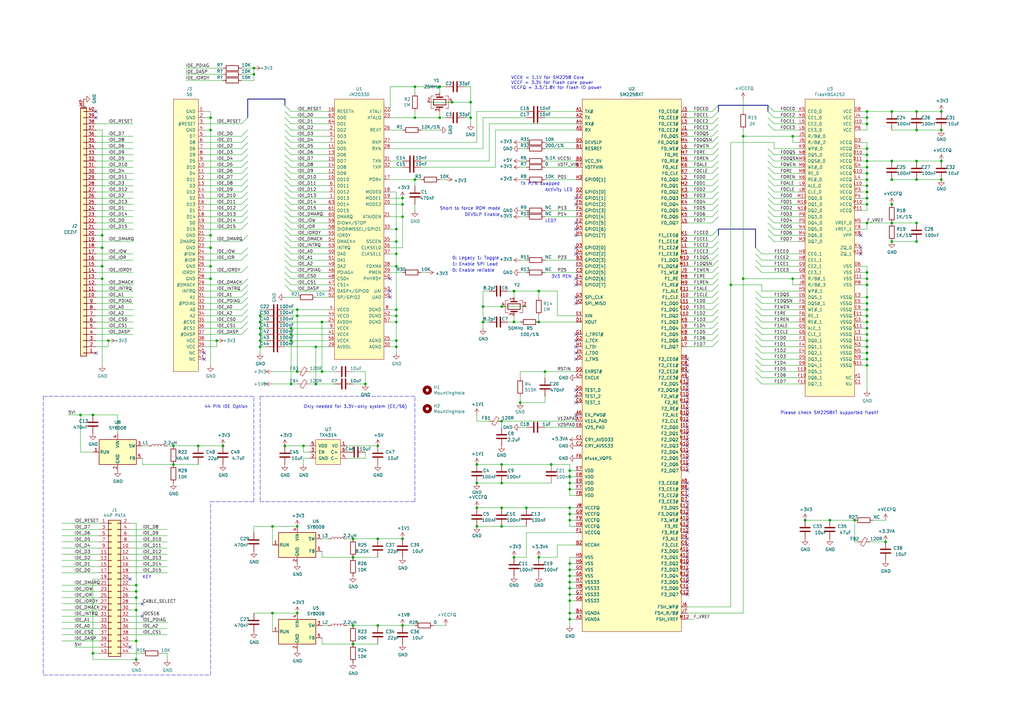
<source format=kicad_sch>
(kicad_sch (version 20210621) (generator eeschema)
  (paper "A3")
  (junction (at 33.02 170.18) (diameter 0.9144))
  (junction (at 38.1 170.18) (diameter 0.9144))
  (junction (at 38.1 267.97) (diameter 0.9144))
  (junction (at 41.91 96.52) (diameter 0.9144))
  (junction (at 41.91 101.6) (diameter 0.9144))
  (junction (at 41.91 109.22) (diameter 0.9144))
  (junction (at 41.91 114.3) (diameter 0.9144))
  (junction (at 44.45 139.7) (diameter 0.9144))
  (junction (at 55.88 240.03) (diameter 0.9144))
  (junction (at 55.88 242.57) (diameter 0.9144))
  (junction (at 55.88 245.11) (diameter 0.9144))
  (junction (at 55.88 250.19) (diameter 0.9144))
  (junction (at 55.88 262.89) (diameter 0.9144))
  (junction (at 55.88 270.51) (diameter 0.9144))
  (junction (at 71.12 182.88) (diameter 0.9144))
  (junction (at 71.12 190.5) (diameter 0.9144))
  (junction (at 81.28 182.88) (diameter 0.9144))
  (junction (at 86.36 48.26))
  (junction (at 86.36 53.34))
  (junction (at 86.36 96.52))
  (junction (at 86.36 101.6))
  (junction (at 86.36 109.22))
  (junction (at 86.36 114.3))
  (junction (at 88.9 139.7))
  (junction (at 91.44 182.88) (diameter 0.9144))
  (junction (at 104.14 27.94))
  (junction (at 104.14 30.48))
  (junction (at 106.68 129.54) (diameter 0.9144))
  (junction (at 106.68 132.08) (diameter 0.9144))
  (junction (at 106.68 134.62) (diameter 0.9144))
  (junction (at 106.68 137.16) (diameter 0.9144))
  (junction (at 106.68 139.7) (diameter 0.9144))
  (junction (at 106.68 142.24) (diameter 0.9144))
  (junction (at 111.76 215.9))
  (junction (at 111.76 251.46))
  (junction (at 116.84 182.88) (diameter 0.9144))
  (junction (at 119.38 134.62) (diameter 0.9144))
  (junction (at 119.38 137.16) (diameter 0.9144))
  (junction (at 119.38 139.7) (diameter 0.9144))
  (junction (at 119.38 157.48) (diameter 0.9144))
  (junction (at 121.92 127) (diameter 0.9144))
  (junction (at 121.92 129.54) (diameter 0.9144))
  (junction (at 121.92 152.4) (diameter 0.9144))
  (junction (at 121.92 215.9))
  (junction (at 121.92 251.46))
  (junction (at 124.46 182.88) (diameter 0.9144))
  (junction (at 129.54 142.24) (diameter 0.9144))
  (junction (at 129.54 157.48))
  (junction (at 132.08 132.08) (diameter 0.9144))
  (junction (at 132.08 152.4))
  (junction (at 144.78 220.98) (diameter 0.9144))
  (junction (at 144.78 228.6) (diameter 0.9144))
  (junction (at 144.78 256.54) (diameter 0.9144))
  (junction (at 144.78 264.16) (diameter 0.9144))
  (junction (at 149.86 157.48))
  (junction (at 154.94 182.88) (diameter 0.9144))
  (junction (at 154.94 220.98) (diameter 0.9144))
  (junction (at 154.94 256.54) (diameter 0.9144))
  (junction (at 162.56 93.98) (diameter 0.9144))
  (junction (at 162.56 99.06) (diameter 0.9144))
  (junction (at 162.56 104.14) (diameter 0.9144))
  (junction (at 162.56 109.22) (diameter 0.9144))
  (junction (at 162.56 127) (diameter 0.9144))
  (junction (at 162.56 129.54) (diameter 0.9144))
  (junction (at 162.56 132.08) (diameter 0.9144))
  (junction (at 162.56 139.7) (diameter 0.9144))
  (junction (at 162.56 142.24) (diameter 0.9144))
  (junction (at 165.1 81.28) (diameter 0.9144))
  (junction (at 165.1 83.82) (diameter 0.9144))
  (junction (at 165.1 88.9) (diameter 0.9144))
  (junction (at 165.1 220.98) (diameter 0.9144))
  (junction (at 165.1 256.54) (diameter 0.9144))
  (junction (at 170.18 35.56) (diameter 0.9144))
  (junction (at 170.18 48.26) (diameter 0.9144))
  (junction (at 170.18 73.66) (diameter 0.9144))
  (junction (at 180.34 35.56) (diameter 0.9144))
  (junction (at 180.34 48.26) (diameter 0.9144))
  (junction (at 185.42 41.91) (diameter 0.9144))
  (junction (at 193.04 41.91) (diameter 0.9144))
  (junction (at 193.04 48.26) (diameter 0.9144))
  (junction (at 195.58 190.5) (diameter 0.9144))
  (junction (at 195.58 198.12) (diameter 0.9144))
  (junction (at 195.58 208.28) (diameter 0.9144))
  (junction (at 195.58 215.9) (diameter 0.9144))
  (junction (at 198.12 125.73) (diameter 0.9144))
  (junction (at 198.12 132.08) (diameter 0.9144))
  (junction (at 205.74 125.73) (diameter 0.9144))
  (junction (at 205.74 172.72) (diameter 0.9144))
  (junction (at 205.74 190.5) (diameter 0.9144))
  (junction (at 205.74 198.12) (diameter 0.9144))
  (junction (at 205.74 208.28) (diameter 0.9144))
  (junction (at 205.74 215.9) (diameter 0.9144))
  (junction (at 210.82 119.38) (diameter 0.9144))
  (junction (at 210.82 132.08) (diameter 0.9144))
  (junction (at 210.82 228.6) (diameter 0.9144))
  (junction (at 213.36 165.1) (diameter 0.9144))
  (junction (at 215.9 208.28) (diameter 0.9144))
  (junction (at 220.98 119.38) (diameter 0.9144))
  (junction (at 220.98 132.08) (diameter 0.9144))
  (junction (at 220.98 228.6) (diameter 0.9144))
  (junction (at 223.52 152.4) (diameter 0.9144))
  (junction (at 226.06 190.5) (diameter 0.9144))
  (junction (at 233.68 193.04) (diameter 0.9144))
  (junction (at 233.68 195.58) (diameter 0.9144))
  (junction (at 233.68 198.12) (diameter 0.9144))
  (junction (at 233.68 200.66) (diameter 0.9144))
  (junction (at 233.68 208.28) (diameter 0.9144))
  (junction (at 233.68 210.82) (diameter 0.9144))
  (junction (at 233.68 213.36))
  (junction (at 233.68 231.14) (diameter 0.9144))
  (junction (at 233.68 233.68) (diameter 0.9144))
  (junction (at 233.68 236.22) (diameter 0.9144))
  (junction (at 233.68 238.76) (diameter 0.9144))
  (junction (at 233.68 241.3) (diameter 0.9144))
  (junction (at 233.68 243.84) (diameter 0.9144))
  (junction (at 233.68 246.38))
  (junction (at 233.68 251.46) (diameter 0.9144))
  (junction (at 233.68 254) (diameter 0.9144))
  (junction (at 299.72 116.84))
  (junction (at 304.8 55.88) (diameter 0.9144))
  (junction (at 304.8 114.3) (diameter 0.9144))
  (junction (at 325.12 55.88) (diameter 0.9144))
  (junction (at 325.12 114.3) (diameter 0.9144))
  (junction (at 330.2 213.36) (diameter 0.9144))
  (junction (at 340.36 213.36) (diameter 0.9144))
  (junction (at 350.52 213.36) (diameter 0.9144))
  (junction (at 355.6 45.72) (diameter 0.9144))
  (junction (at 355.6 48.26) (diameter 0.9144))
  (junction (at 355.6 50.8) (diameter 0.9144))
  (junction (at 355.6 60.96) (diameter 0.9144))
  (junction (at 355.6 63.5) (diameter 0.9144))
  (junction (at 355.6 66.04) (diameter 0.9144))
  (junction (at 355.6 68.58) (diameter 0.9144))
  (junction (at 355.6 71.12) (diameter 0.9144))
  (junction (at 355.6 73.66) (diameter 0.9144))
  (junction (at 355.6 76.2) (diameter 0.9144))
  (junction (at 355.6 78.74) (diameter 0.9144))
  (junction (at 355.6 81.28) (diameter 0.9144))
  (junction (at 355.6 83.82) (diameter 0.9144))
  (junction (at 355.6 91.44) (diameter 0.9144))
  (junction (at 355.6 111.76) (diameter 0.9144))
  (junction (at 355.6 114.3) (diameter 0.9144))
  (junction (at 355.6 116.84) (diameter 0.9144))
  (junction (at 355.6 121.92) (diameter 0.9144))
  (junction (at 355.6 124.46) (diameter 0.9144))
  (junction (at 355.6 127) (diameter 0.9144))
  (junction (at 355.6 129.54) (diameter 0.9144))
  (junction (at 355.6 132.08) (diameter 0.9144))
  (junction (at 355.6 134.62) (diameter 0.9144))
  (junction (at 355.6 137.16) (diameter 0.9144))
  (junction (at 355.6 139.7) (diameter 0.9144))
  (junction (at 355.6 142.24) (diameter 0.9144))
  (junction (at 355.6 144.78) (diameter 0.9144))
  (junction (at 355.6 147.32) (diameter 0.9144))
  (junction (at 355.6 149.86) (diameter 0.9144))
  (junction (at 363.22 222.25) (diameter 0.9144))
  (junction (at 365.76 45.72) (diameter 0.9144))
  (junction (at 365.76 66.04) (diameter 0.9144))
  (junction (at 365.76 73.66) (diameter 0.9144))
  (junction (at 365.76 83.82) (diameter 0.9144))
  (junction (at 365.76 91.44) (diameter 0.9144))
  (junction (at 365.76 99.06) (diameter 0.9144))
  (junction (at 375.92 45.72) (diameter 0.9144))
  (junction (at 375.92 53.34) (diameter 0.9144))
  (junction (at 375.92 66.04) (diameter 0.9144))
  (junction (at 375.92 73.66) (diameter 0.9144))
  (junction (at 375.92 91.44) (diameter 0.9144))
  (junction (at 375.92 99.06) (diameter 0.9144))
  (junction (at 386.08 45.72) (diameter 0.9144))
  (junction (at 386.08 53.34) (diameter 0.9144))
  (junction (at 386.08 66.04) (diameter 0.9144))
  (junction (at 386.08 73.66) (diameter 0.9144))
  (no_connect (at 39.37 45.72))
  (no_connect (at 39.37 48.26))
  (no_connect (at 39.37 144.78))
  (no_connect (at 53.34 237.49))
  (no_connect (at 53.34 265.43))
  (no_connect (at 58.42 247.65))
  (no_connect (at 58.42 252.73))
  (no_connect (at 83.82 144.78))
  (no_connect (at 83.82 147.32))
  (no_connect (at 160.02 114.3))
  (no_connect (at 160.02 119.38))
  (no_connect (at 160.02 121.92))
  (no_connect (at 236.22 81.28))
  (no_connect (at 236.22 83.82))
  (no_connect (at 236.22 91.44))
  (no_connect (at 236.22 93.98))
  (no_connect (at 236.22 96.52))
  (no_connect (at 236.22 101.6))
  (no_connect (at 236.22 104.14))
  (no_connect (at 236.22 114.3))
  (no_connect (at 236.22 116.84))
  (no_connect (at 236.22 121.92))
  (no_connect (at 236.22 124.46))
  (no_connect (at 236.22 137.16))
  (no_connect (at 236.22 139.7))
  (no_connect (at 236.22 142.24))
  (no_connect (at 236.22 144.78))
  (no_connect (at 236.22 147.32))
  (no_connect (at 236.22 160.02))
  (no_connect (at 236.22 162.56))
  (no_connect (at 236.22 165.1))
  (no_connect (at 236.22 170.18))
  (no_connect (at 281.94 147.32))
  (no_connect (at 281.94 149.86))
  (no_connect (at 281.94 152.4))
  (no_connect (at 281.94 154.94))
  (no_connect (at 281.94 157.48))
  (no_connect (at 281.94 160.02))
  (no_connect (at 281.94 162.56))
  (no_connect (at 281.94 165.1))
  (no_connect (at 281.94 167.64))
  (no_connect (at 281.94 170.18))
  (no_connect (at 281.94 172.72))
  (no_connect (at 281.94 175.26))
  (no_connect (at 281.94 177.8))
  (no_connect (at 281.94 180.34))
  (no_connect (at 281.94 182.88))
  (no_connect (at 281.94 185.42))
  (no_connect (at 281.94 187.96))
  (no_connect (at 281.94 190.5))
  (no_connect (at 281.94 193.04))
  (no_connect (at 281.94 198.12))
  (no_connect (at 281.94 200.66))
  (no_connect (at 281.94 203.2))
  (no_connect (at 281.94 205.74))
  (no_connect (at 281.94 208.28))
  (no_connect (at 281.94 210.82))
  (no_connect (at 281.94 213.36))
  (no_connect (at 281.94 215.9))
  (no_connect (at 281.94 218.44))
  (no_connect (at 281.94 220.98))
  (no_connect (at 281.94 223.52))
  (no_connect (at 281.94 226.06))
  (no_connect (at 281.94 228.6))
  (no_connect (at 281.94 231.14))
  (no_connect (at 281.94 233.68))
  (no_connect (at 281.94 236.22))
  (no_connect (at 281.94 238.76))
  (no_connect (at 281.94 241.3))
  (no_connect (at 281.94 243.84))
  (no_connect (at 353.06 96.52))
  (no_connect (at 353.06 101.6))
  (no_connect (at 353.06 104.14))
  (bus_entry (at 101.6 48.26) (size -2.54 2.54) (stroke (width 0.1524)))
  (bus_entry (at 101.6 53.34) (size -2.54 2.54) (stroke (width 0.1524)))
  (bus_entry (at 101.6 55.88) (size -2.54 2.54) (stroke (width 0.1524)))
  (bus_entry (at 101.6 58.42) (size -2.54 2.54) (stroke (width 0.1524)))
  (bus_entry (at 101.6 60.96) (size -2.54 2.54) (stroke (width 0.1524)))
  (bus_entry (at 101.6 63.5) (size -2.54 2.54) (stroke (width 0.1524)))
  (bus_entry (at 101.6 66.04) (size -2.54 2.54) (stroke (width 0.1524)))
  (bus_entry (at 101.6 68.58) (size -2.54 2.54) (stroke (width 0.1524)))
  (bus_entry (at 101.6 71.12) (size -2.54 2.54) (stroke (width 0.1524)))
  (bus_entry (at 101.6 73.66) (size -2.54 2.54) (stroke (width 0.1524)))
  (bus_entry (at 101.6 76.2) (size -2.54 2.54) (stroke (width 0.1524)))
  (bus_entry (at 101.6 78.74) (size -2.54 2.54) (stroke (width 0.1524)))
  (bus_entry (at 101.6 81.28) (size -2.54 2.54) (stroke (width 0.1524)))
  (bus_entry (at 101.6 83.82) (size -2.54 2.54) (stroke (width 0.1524)))
  (bus_entry (at 101.6 86.36) (size -2.54 2.54) (stroke (width 0.1524)))
  (bus_entry (at 101.6 88.9) (size -2.54 2.54) (stroke (width 0.1524)))
  (bus_entry (at 101.6 91.44) (size -2.54 2.54) (stroke (width 0.1524)))
  (bus_entry (at 101.6 96.52) (size -2.54 2.54) (stroke (width 0.1524)))
  (bus_entry (at 101.6 101.6) (size -2.54 2.54) (stroke (width 0.1524)))
  (bus_entry (at 101.6 104.14) (size -2.54 2.54) (stroke (width 0.1524)))
  (bus_entry (at 101.6 109.22) (size -2.54 2.54) (stroke (width 0.1524)))
  (bus_entry (at 101.6 114.3) (size -2.54 2.54) (stroke (width 0.1524)))
  (bus_entry (at 101.6 116.84) (size -2.54 2.54) (stroke (width 0.1524)))
  (bus_entry (at 101.6 119.38) (size -2.54 2.54) (stroke (width 0.1524)))
  (bus_entry (at 101.6 121.92) (size -2.54 2.54) (stroke (width 0.1524)))
  (bus_entry (at 101.6 124.46) (size -2.54 2.54) (stroke (width 0.1524)))
  (bus_entry (at 101.6 127) (size -2.54 2.54) (stroke (width 0.1524)))
  (bus_entry (at 101.6 129.54) (size -2.54 2.54) (stroke (width 0.1524)))
  (bus_entry (at 101.6 132.08) (size -2.54 2.54) (stroke (width 0.1524)))
  (bus_entry (at 101.6 134.62) (size -2.54 2.54) (stroke (width 0.1524)))
  (bus_entry (at 116.84 43.18) (size 2.54 2.54) (stroke (width 0.1524)))
  (bus_entry (at 116.84 45.72) (size 2.54 2.54) (stroke (width 0.1524)))
  (bus_entry (at 116.84 48.26) (size 2.54 2.54) (stroke (width 0.1524)))
  (bus_entry (at 116.84 50.8) (size 2.54 2.54) (stroke (width 0.1524)))
  (bus_entry (at 116.84 53.34) (size 2.54 2.54) (stroke (width 0.1524)))
  (bus_entry (at 116.84 55.88) (size 2.54 2.54) (stroke (width 0.1524)))
  (bus_entry (at 116.84 58.42) (size 2.54 2.54) (stroke (width 0.1524)))
  (bus_entry (at 116.84 60.96) (size 2.54 2.54) (stroke (width 0.1524)))
  (bus_entry (at 116.84 63.5) (size 2.54 2.54) (stroke (width 0.1524)))
  (bus_entry (at 116.84 66.04) (size 2.54 2.54) (stroke (width 0.1524)))
  (bus_entry (at 116.84 68.58) (size 2.54 2.54) (stroke (width 0.1524)))
  (bus_entry (at 116.84 71.12) (size 2.54 2.54) (stroke (width 0.1524)))
  (bus_entry (at 116.84 73.66) (size 2.54 2.54) (stroke (width 0.1524)))
  (bus_entry (at 116.84 76.2) (size 2.54 2.54) (stroke (width 0.1524)))
  (bus_entry (at 116.84 78.74) (size 2.54 2.54) (stroke (width 0.1524)))
  (bus_entry (at 116.84 81.28) (size 2.54 2.54) (stroke (width 0.1524)))
  (bus_entry (at 116.84 83.82) (size 2.54 2.54) (stroke (width 0.1524)))
  (bus_entry (at 116.84 86.36) (size 2.54 2.54) (stroke (width 0.1524)))
  (bus_entry (at 116.84 88.9) (size 2.54 2.54) (stroke (width 0.1524)))
  (bus_entry (at 116.84 91.44) (size 2.54 2.54) (stroke (width 0.1524)))
  (bus_entry (at 116.84 93.98) (size 2.54 2.54) (stroke (width 0.1524)))
  (bus_entry (at 116.84 96.52) (size 2.54 2.54) (stroke (width 0.1524)))
  (bus_entry (at 116.84 99.06) (size 2.54 2.54) (stroke (width 0.1524)))
  (bus_entry (at 116.84 101.6) (size 2.54 2.54) (stroke (width 0.1524)))
  (bus_entry (at 116.84 104.14) (size 2.54 2.54) (stroke (width 0.1524)))
  (bus_entry (at 116.84 106.68) (size 2.54 2.54) (stroke (width 0.1524)))
  (bus_entry (at 116.84 109.22) (size 2.54 2.54) (stroke (width 0.1524)))
  (bus_entry (at 116.84 111.76) (size 2.54 2.54) (stroke (width 0.1524)))
  (bus_entry (at 116.84 114.3) (size 2.54 2.54) (stroke (width 0.1524)))
  (bus_entry (at 116.84 116.84) (size 2.54 2.54) (stroke (width 0.1524)))
  (bus_entry (at 294.64 43.18) (size -2.54 2.54) (stroke (width 0.1524)))
  (bus_entry (at 294.64 45.72) (size -2.54 2.54) (stroke (width 0.1524)))
  (bus_entry (at 294.64 48.26) (size -2.54 2.54) (stroke (width 0.1524)))
  (bus_entry (at 294.64 50.8) (size -2.54 2.54) (stroke (width 0.1524)))
  (bus_entry (at 294.64 53.34) (size -2.54 2.54) (stroke (width 0.1524)))
  (bus_entry (at 294.64 55.88) (size -2.54 2.54) (stroke (width 0.1524)))
  (bus_entry (at 294.64 58.42) (size -2.54 2.54) (stroke (width 0.1524)))
  (bus_entry (at 294.64 60.96) (size -2.54 2.54) (stroke (width 0.1524)))
  (bus_entry (at 294.64 63.5) (size -2.54 2.54) (stroke (width 0.1524)))
  (bus_entry (at 294.64 66.04) (size -2.54 2.54) (stroke (width 0.1524)))
  (bus_entry (at 294.64 68.58) (size -2.54 2.54) (stroke (width 0.1524)))
  (bus_entry (at 294.64 71.12) (size -2.54 2.54) (stroke (width 0.1524)))
  (bus_entry (at 294.64 73.66) (size -2.54 2.54) (stroke (width 0.1524)))
  (bus_entry (at 294.64 76.2) (size -2.54 2.54) (stroke (width 0.1524)))
  (bus_entry (at 294.64 78.74) (size -2.54 2.54) (stroke (width 0.1524)))
  (bus_entry (at 294.64 81.28) (size -2.54 2.54) (stroke (width 0.1524)))
  (bus_entry (at 294.64 83.82) (size -2.54 2.54) (stroke (width 0.1524)))
  (bus_entry (at 294.64 86.36) (size -2.54 2.54) (stroke (width 0.1524)))
  (bus_entry (at 294.64 88.9) (size -2.54 2.54) (stroke (width 0.1524)))
  (bus_entry (at 294.64 93.98) (size -2.54 2.54) (stroke (width 0.1524)))
  (bus_entry (at 294.64 96.52) (size -2.54 2.54) (stroke (width 0.1524)))
  (bus_entry (at 294.64 99.06) (size -2.54 2.54) (stroke (width 0.1524)))
  (bus_entry (at 294.64 101.6) (size -2.54 2.54) (stroke (width 0.1524)))
  (bus_entry (at 294.64 104.14) (size -2.54 2.54) (stroke (width 0.1524)))
  (bus_entry (at 294.64 106.68) (size -2.54 2.54) (stroke (width 0.1524)))
  (bus_entry (at 294.64 109.22) (size -2.54 2.54) (stroke (width 0.1524)))
  (bus_entry (at 294.64 111.76) (size -2.54 2.54) (stroke (width 0.1524)))
  (bus_entry (at 294.64 114.3) (size -2.54 2.54) (stroke (width 0.1524)))
  (bus_entry (at 294.64 116.84) (size -2.54 2.54) (stroke (width 0.1524)))
  (bus_entry (at 294.64 119.38) (size -2.54 2.54) (stroke (width 0.1524)))
  (bus_entry (at 294.64 121.92) (size -2.54 2.54) (stroke (width 0.1524)))
  (bus_entry (at 294.64 124.46) (size -2.54 2.54) (stroke (width 0.1524)))
  (bus_entry (at 294.64 127) (size -2.54 2.54) (stroke (width 0.1524)))
  (bus_entry (at 294.64 129.54) (size -2.54 2.54) (stroke (width 0.1524)))
  (bus_entry (at 294.64 132.08) (size -2.54 2.54) (stroke (width 0.1524)))
  (bus_entry (at 294.64 134.62) (size -2.54 2.54) (stroke (width 0.1524)))
  (bus_entry (at 294.64 137.16) (size -2.54 2.54) (stroke (width 0.1524)))
  (bus_entry (at 294.64 139.7) (size -2.54 2.54) (stroke (width 0.1524)))
  (bus_entry (at 309.88 101.6) (size 2.54 2.54) (stroke (width 0.1524)))
  (bus_entry (at 309.88 104.14) (size 2.54 2.54) (stroke (width 0.1524)))
  (bus_entry (at 309.88 106.68) (size 2.54 2.54) (stroke (width 0.1524)))
  (bus_entry (at 309.88 109.22) (size 2.54 2.54) (stroke (width 0.1524)))
  (bus_entry (at 309.88 119.38) (size 2.54 2.54) (stroke (width 0.1524)))
  (bus_entry (at 309.88 121.92) (size 2.54 2.54) (stroke (width 0.1524)))
  (bus_entry (at 309.88 124.46) (size 2.54 2.54) (stroke (width 0.1524)))
  (bus_entry (at 309.88 127) (size 2.54 2.54) (stroke (width 0.1524)))
  (bus_entry (at 309.88 129.54) (size 2.54 2.54) (stroke (width 0.1524)))
  (bus_entry (at 309.88 132.08) (size 2.54 2.54) (stroke (width 0.1524)))
  (bus_entry (at 309.88 134.62) (size 2.54 2.54) (stroke (width 0.1524)))
  (bus_entry (at 309.88 137.16) (size 2.54 2.54) (stroke (width 0.1524)))
  (bus_entry (at 309.88 139.7) (size 2.54 2.54) (stroke (width 0.1524)))
  (bus_entry (at 309.88 142.24) (size 2.54 2.54) (stroke (width 0.1524)))
  (bus_entry (at 309.88 144.78) (size 2.54 2.54) (stroke (width 0.1524)))
  (bus_entry (at 309.88 147.32) (size 2.54 2.54) (stroke (width 0.1524)))
  (bus_entry (at 309.88 149.86) (size 2.54 2.54) (stroke (width 0.1524)))
  (bus_entry (at 309.88 152.4) (size 2.54 2.54) (stroke (width 0.1524)))
  (bus_entry (at 309.88 154.94) (size 2.54 2.54) (stroke (width 0.1524)))
  (bus_entry (at 314.96 43.18) (size 2.54 2.54) (stroke (width 0.1524)))
  (bus_entry (at 314.96 45.72) (size 2.54 2.54) (stroke (width 0.1524)))
  (bus_entry (at 314.96 48.26) (size 2.54 2.54) (stroke (width 0.1524)))
  (bus_entry (at 314.96 50.8) (size 2.54 2.54) (stroke (width 0.1524)))
  (bus_entry (at 314.96 60.96) (size 2.54 2.54) (stroke (width 0.1524)))
  (bus_entry (at 314.96 63.5) (size 2.54 2.54) (stroke (width 0.1524)))
  (bus_entry (at 314.96 66.04) (size 2.54 2.54) (stroke (width 0.1524)))
  (bus_entry (at 314.96 68.58) (size 2.54 2.54) (stroke (width 0.1524)))
  (bus_entry (at 314.96 71.12) (size 2.54 2.54) (stroke (width 0.1524)))
  (bus_entry (at 314.96 73.66) (size 2.54 2.54) (stroke (width 0.1524)))
  (bus_entry (at 314.96 76.2) (size 2.54 2.54) (stroke (width 0.1524)))
  (bus_entry (at 314.96 78.74) (size 2.54 2.54) (stroke (width 0.1524)))
  (bus_entry (at 314.96 81.28) (size 2.54 2.54) (stroke (width 0.1524)))
  (bus_entry (at 314.96 83.82) (size 2.54 2.54) (stroke (width 0.1524)))
  (bus_entry (at 314.96 86.36) (size 2.54 2.54) (stroke (width 0.1524)))
  (bus_entry (at 314.96 88.9) (size 2.54 2.54) (stroke (width 0.1524)))
  (bus_entry (at 314.96 91.44) (size 2.54 2.54) (stroke (width 0.1524)))
  (bus_entry (at 314.96 93.98) (size 2.54 2.54) (stroke (width 0.1524)))
  (bus_entry (at 314.96 96.52) (size 2.54 2.54) (stroke (width 0.1524)))
  (wire (pts (xy 25.4 214.63) (xy 40.64 214.63)))
  (wire (pts (xy 25.4 217.17) (xy 40.64 217.17)))
  (wire (pts (xy 25.4 219.71) (xy 40.64 219.71)))
  (wire (pts (xy 25.4 222.25) (xy 40.64 222.25)))
  (wire (pts (xy 25.4 224.79) (xy 40.64 224.79)))
  (wire (pts (xy 25.4 227.33) (xy 40.64 227.33)))
  (wire (pts (xy 25.4 229.87) (xy 40.64 229.87)))
  (wire (pts (xy 25.4 232.41) (xy 40.64 232.41)))
  (wire (pts (xy 25.4 234.95) (xy 40.64 234.95)))
  (wire (pts (xy 25.4 240.03) (xy 40.64 240.03)))
  (wire (pts (xy 25.4 242.57) (xy 40.64 242.57)))
  (wire (pts (xy 25.4 245.11) (xy 40.64 245.11)))
  (wire (pts (xy 25.4 247.65) (xy 40.64 247.65)))
  (wire (pts (xy 25.4 250.19) (xy 40.64 250.19)))
  (wire (pts (xy 25.4 252.73) (xy 40.64 252.73)))
  (wire (pts (xy 25.4 255.27) (xy 40.64 255.27)))
  (wire (pts (xy 25.4 257.81) (xy 40.64 257.81)))
  (wire (pts (xy 25.4 260.35) (xy 40.64 260.35)))
  (wire (pts (xy 25.4 262.89) (xy 40.64 262.89)))
  (wire (pts (xy 27.94 170.18) (xy 33.02 170.18)))
  (wire (pts (xy 30.48 265.43) (xy 40.64 265.43)))
  (wire (pts (xy 33.02 170.18) (xy 38.1 170.18)))
  (wire (pts (xy 33.02 185.42) (xy 33.02 170.18)))
  (wire (pts (xy 38.1 170.18) (xy 48.26 170.18)))
  (wire (pts (xy 38.1 185.42) (xy 33.02 185.42)))
  (wire (pts (xy 38.1 237.49) (xy 38.1 267.97)))
  (wire (pts (xy 38.1 267.97) (xy 38.1 270.51)))
  (wire (pts (xy 38.1 270.51) (xy 55.88 270.51)))
  (wire (pts (xy 39.37 50.8) (xy 54.61 50.8)))
  (wire (pts (xy 39.37 53.34) (xy 41.91 53.34)))
  (wire (pts (xy 39.37 55.88) (xy 54.61 55.88)))
  (wire (pts (xy 39.37 58.42) (xy 54.61 58.42)))
  (wire (pts (xy 39.37 60.96) (xy 54.61 60.96)))
  (wire (pts (xy 39.37 63.5) (xy 54.61 63.5)))
  (wire (pts (xy 39.37 66.04) (xy 54.61 66.04)))
  (wire (pts (xy 39.37 68.58) (xy 54.61 68.58)))
  (wire (pts (xy 39.37 71.12) (xy 54.61 71.12)))
  (wire (pts (xy 39.37 73.66) (xy 54.61 73.66)))
  (wire (pts (xy 39.37 76.2) (xy 54.61 76.2)))
  (wire (pts (xy 39.37 78.74) (xy 54.61 78.74)))
  (wire (pts (xy 39.37 81.28) (xy 54.61 81.28)))
  (wire (pts (xy 39.37 83.82) (xy 54.61 83.82)))
  (wire (pts (xy 39.37 86.36) (xy 54.61 86.36)))
  (wire (pts (xy 39.37 88.9) (xy 54.61 88.9)))
  (wire (pts (xy 39.37 91.44) (xy 54.61 91.44)))
  (wire (pts (xy 39.37 93.98) (xy 54.61 93.98)))
  (wire (pts (xy 39.37 96.52) (xy 41.91 96.52)))
  (wire (pts (xy 39.37 99.06) (xy 54.61 99.06)))
  (wire (pts (xy 39.37 101.6) (xy 41.91 101.6)))
  (wire (pts (xy 39.37 104.14) (xy 54.61 104.14)))
  (wire (pts (xy 39.37 106.68) (xy 54.61 106.68)))
  (wire (pts (xy 39.37 109.22) (xy 41.91 109.22)))
  (wire (pts (xy 39.37 111.76) (xy 54.61 111.76)))
  (wire (pts (xy 39.37 114.3) (xy 41.91 114.3)))
  (wire (pts (xy 39.37 116.84) (xy 54.61 116.84)))
  (wire (pts (xy 39.37 119.38) (xy 54.61 119.38)))
  (wire (pts (xy 39.37 121.92) (xy 54.61 121.92)))
  (wire (pts (xy 39.37 124.46) (xy 54.61 124.46)))
  (wire (pts (xy 39.37 127) (xy 54.61 127)))
  (wire (pts (xy 39.37 129.54) (xy 54.61 129.54)))
  (wire (pts (xy 39.37 132.08) (xy 54.61 132.08)))
  (wire (pts (xy 39.37 134.62) (xy 54.61 134.62)))
  (wire (pts (xy 39.37 137.16) (xy 54.61 137.16)))
  (wire (pts (xy 39.37 139.7) (xy 44.45 139.7)))
  (wire (pts (xy 39.37 142.24) (xy 44.45 142.24)))
  (wire (pts (xy 40.64 237.49) (xy 38.1 237.49)))
  (wire (pts (xy 40.64 267.97) (xy 38.1 267.97)))
  (wire (pts (xy 41.91 53.34) (xy 41.91 96.52)))
  (wire (pts (xy 41.91 96.52) (xy 41.91 101.6)))
  (wire (pts (xy 41.91 101.6) (xy 41.91 109.22)))
  (wire (pts (xy 41.91 109.22) (xy 41.91 114.3)))
  (wire (pts (xy 41.91 114.3) (xy 41.91 149.86)))
  (wire (pts (xy 44.45 142.24) (xy 44.45 139.7)))
  (wire (pts (xy 48.26 177.8) (xy 48.26 170.18)))
  (wire (pts (xy 53.34 214.63) (xy 55.88 214.63)))
  (wire (pts (xy 53.34 217.17) (xy 68.58 217.17)))
  (wire (pts (xy 53.34 219.71) (xy 68.58 219.71)))
  (wire (pts (xy 53.34 222.25) (xy 68.58 222.25)))
  (wire (pts (xy 53.34 224.79) (xy 68.58 224.79)))
  (wire (pts (xy 53.34 227.33) (xy 68.58 227.33)))
  (wire (pts (xy 53.34 229.87) (xy 68.58 229.87)))
  (wire (pts (xy 53.34 232.41) (xy 68.58 232.41)))
  (wire (pts (xy 53.34 234.95) (xy 68.58 234.95)))
  (wire (pts (xy 53.34 240.03) (xy 55.88 240.03)))
  (wire (pts (xy 53.34 242.57) (xy 55.88 242.57)))
  (wire (pts (xy 53.34 245.11) (xy 55.88 245.11)))
  (wire (pts (xy 53.34 247.65) (xy 58.42 247.65)))
  (wire (pts (xy 53.34 250.19) (xy 55.88 250.19)))
  (wire (pts (xy 53.34 252.73) (xy 58.42 252.73)))
  (wire (pts (xy 53.34 255.27) (xy 68.58 255.27)))
  (wire (pts (xy 53.34 257.81) (xy 68.58 257.81)))
  (wire (pts (xy 53.34 260.35) (xy 68.58 260.35)))
  (wire (pts (xy 53.34 262.89) (xy 55.88 262.89)))
  (wire (pts (xy 55.88 214.63) (xy 55.88 240.03)))
  (wire (pts (xy 55.88 240.03) (xy 55.88 242.57)))
  (wire (pts (xy 55.88 242.57) (xy 55.88 245.11)))
  (wire (pts (xy 55.88 245.11) (xy 55.88 250.19)))
  (wire (pts (xy 55.88 250.19) (xy 55.88 262.89)))
  (wire (pts (xy 55.88 262.89) (xy 55.88 270.51)))
  (wire (pts (xy 58.42 190.5) (xy 58.42 187.96)))
  (wire (pts (xy 58.42 267.97) (xy 53.34 267.97)))
  (wire (pts (xy 60.96 182.88) (xy 58.42 182.88)))
  (wire (pts (xy 66.04 267.97) (xy 68.58 267.97)))
  (wire (pts (xy 68.58 267.97) (xy 68.58 270.51)))
  (wire (pts (xy 71.12 182.88) (xy 68.58 182.88)))
  (wire (pts (xy 71.12 190.5) (xy 58.42 190.5)))
  (wire (pts (xy 71.12 190.5) (xy 81.28 190.5)))
  (wire (pts (xy 76.2 27.94) (xy 91.44 27.94)))
  (wire (pts (xy 76.2 30.48) (xy 91.44 30.48)))
  (wire (pts (xy 76.2 33.02) (xy 91.44 33.02)))
  (wire (pts (xy 81.28 182.88) (xy 71.12 182.88)))
  (wire (pts (xy 83.82 45.72) (xy 86.36 45.72)))
  (wire (pts (xy 83.82 48.26) (xy 86.36 48.26)))
  (wire (pts (xy 83.82 50.8) (xy 99.06 50.8)))
  (wire (pts (xy 83.82 53.34) (xy 86.36 53.34)))
  (wire (pts (xy 83.82 55.88) (xy 99.06 55.88)))
  (wire (pts (xy 83.82 58.42) (xy 99.06 58.42)))
  (wire (pts (xy 83.82 60.96) (xy 99.06 60.96)))
  (wire (pts (xy 83.82 63.5) (xy 99.06 63.5)))
  (wire (pts (xy 83.82 66.04) (xy 99.06 66.04)))
  (wire (pts (xy 83.82 68.58) (xy 99.06 68.58)))
  (wire (pts (xy 83.82 71.12) (xy 99.06 71.12)))
  (wire (pts (xy 83.82 73.66) (xy 99.06 73.66)))
  (wire (pts (xy 83.82 76.2) (xy 99.06 76.2)))
  (wire (pts (xy 83.82 78.74) (xy 99.06 78.74)))
  (wire (pts (xy 83.82 81.28) (xy 99.06 81.28)))
  (wire (pts (xy 83.82 83.82) (xy 99.06 83.82)))
  (wire (pts (xy 83.82 86.36) (xy 99.06 86.36)))
  (wire (pts (xy 83.82 88.9) (xy 99.06 88.9)))
  (wire (pts (xy 83.82 91.44) (xy 99.06 91.44)))
  (wire (pts (xy 83.82 93.98) (xy 99.06 93.98)))
  (wire (pts (xy 83.82 96.52) (xy 86.36 96.52)))
  (wire (pts (xy 83.82 99.06) (xy 99.06 99.06)))
  (wire (pts (xy 83.82 101.6) (xy 86.36 101.6)))
  (wire (pts (xy 83.82 104.14) (xy 99.06 104.14)))
  (wire (pts (xy 83.82 106.68) (xy 99.06 106.68)))
  (wire (pts (xy 83.82 109.22) (xy 86.36 109.22)))
  (wire (pts (xy 83.82 111.76) (xy 99.06 111.76)))
  (wire (pts (xy 83.82 114.3) (xy 86.36 114.3)))
  (wire (pts (xy 83.82 116.84) (xy 99.06 116.84)))
  (wire (pts (xy 83.82 119.38) (xy 99.06 119.38)))
  (wire (pts (xy 83.82 121.92) (xy 99.06 121.92)))
  (wire (pts (xy 83.82 124.46) (xy 99.06 124.46)))
  (wire (pts (xy 83.82 127) (xy 99.06 127)))
  (wire (pts (xy 83.82 129.54) (xy 99.06 129.54)))
  (wire (pts (xy 83.82 132.08) (xy 99.06 132.08)))
  (wire (pts (xy 83.82 134.62) (xy 99.06 134.62)))
  (wire (pts (xy 83.82 137.16) (xy 99.06 137.16)))
  (wire (pts (xy 83.82 139.7) (xy 88.9 139.7)))
  (wire (pts (xy 83.82 142.24) (xy 88.9 142.24)))
  (wire (pts (xy 86.36 45.72) (xy 86.36 48.26)))
  (wire (pts (xy 86.36 48.26) (xy 86.36 53.34)))
  (wire (pts (xy 86.36 53.34) (xy 86.36 96.52)))
  (wire (pts (xy 86.36 96.52) (xy 86.36 101.6)))
  (wire (pts (xy 86.36 101.6) (xy 86.36 109.22)))
  (wire (pts (xy 86.36 109.22) (xy 86.36 114.3)))
  (wire (pts (xy 86.36 114.3) (xy 86.36 149.86)))
  (wire (pts (xy 88.9 142.24) (xy 88.9 139.7)))
  (wire (pts (xy 91.44 182.88) (xy 81.28 182.88)))
  (wire (pts (xy 99.06 27.94) (xy 104.14 27.94)))
  (wire (pts (xy 99.06 30.48) (xy 104.14 30.48)))
  (wire (pts (xy 99.06 33.02) (xy 104.14 33.02)))
  (wire (pts (xy 104.14 30.48) (xy 104.14 27.94)))
  (wire (pts (xy 104.14 33.02) (xy 104.14 30.48)))
  (wire (pts (xy 104.14 215.9) (xy 104.14 218.44)))
  (wire (pts (xy 104.14 215.9) (xy 111.76 215.9)))
  (wire (pts (xy 104.14 251.46) (xy 111.76 251.46)))
  (wire (pts (xy 106.68 127) (xy 106.68 129.54)))
  (wire (pts (xy 106.68 129.54) (xy 106.68 132.08)))
  (wire (pts (xy 106.68 132.08) (xy 106.68 134.62)))
  (wire (pts (xy 106.68 134.62) (xy 106.68 137.16)))
  (wire (pts (xy 106.68 137.16) (xy 106.68 139.7)))
  (wire (pts (xy 106.68 139.7) (xy 106.68 142.24)))
  (wire (pts (xy 106.68 142.24) (xy 106.68 144.78)))
  (wire (pts (xy 109.22 127) (xy 106.68 127)))
  (wire (pts (xy 109.22 129.54) (xy 106.68 129.54)))
  (wire (pts (xy 109.22 132.08) (xy 106.68 132.08)))
  (wire (pts (xy 109.22 134.62) (xy 106.68 134.62)))
  (wire (pts (xy 109.22 137.16) (xy 106.68 137.16)))
  (wire (pts (xy 109.22 139.7) (xy 106.68 139.7)))
  (wire (pts (xy 109.22 142.24) (xy 106.68 142.24)))
  (wire (pts (xy 111.76 152.4) (xy 121.92 152.4)))
  (wire (pts (xy 111.76 157.48) (xy 119.38 157.48)))
  (wire (pts (xy 111.76 215.9) (xy 111.76 223.52)))
  (wire (pts (xy 111.76 215.9) (xy 121.92 215.9)))
  (wire (pts (xy 111.76 251.46) (xy 111.76 259.08)))
  (wire (pts (xy 111.76 251.46) (xy 121.92 251.46)))
  (wire (pts (xy 116.84 121.92) (xy 121.92 121.92)))
  (wire (pts (xy 116.84 127) (xy 121.92 127)))
  (wire (pts (xy 116.84 129.54) (xy 121.92 129.54)))
  (wire (pts (xy 116.84 132.08) (xy 132.08 132.08)))
  (wire (pts (xy 116.84 134.62) (xy 119.38 134.62)))
  (wire (pts (xy 116.84 137.16) (xy 119.38 137.16)))
  (wire (pts (xy 116.84 139.7) (xy 119.38 139.7)))
  (wire (pts (xy 116.84 142.24) (xy 129.54 142.24)))
  (wire (pts (xy 116.84 182.88) (xy 124.46 182.88)))
  (wire (pts (xy 119.38 45.72) (xy 134.62 45.72)))
  (wire (pts (xy 119.38 48.26) (xy 134.62 48.26)))
  (wire (pts (xy 119.38 50.8) (xy 134.62 50.8)))
  (wire (pts (xy 119.38 53.34) (xy 134.62 53.34)))
  (wire (pts (xy 119.38 55.88) (xy 134.62 55.88)))
  (wire (pts (xy 119.38 58.42) (xy 134.62 58.42)))
  (wire (pts (xy 119.38 60.96) (xy 134.62 60.96)))
  (wire (pts (xy 119.38 63.5) (xy 134.62 63.5)))
  (wire (pts (xy 119.38 66.04) (xy 134.62 66.04)))
  (wire (pts (xy 119.38 68.58) (xy 134.62 68.58)))
  (wire (pts (xy 119.38 71.12) (xy 134.62 71.12)))
  (wire (pts (xy 119.38 73.66) (xy 134.62 73.66)))
  (wire (pts (xy 119.38 76.2) (xy 134.62 76.2)))
  (wire (pts (xy 119.38 78.74) (xy 134.62 78.74)))
  (wire (pts (xy 119.38 81.28) (xy 134.62 81.28)))
  (wire (pts (xy 119.38 83.82) (xy 134.62 83.82)))
  (wire (pts (xy 119.38 86.36) (xy 134.62 86.36)))
  (wire (pts (xy 119.38 88.9) (xy 134.62 88.9)))
  (wire (pts (xy 119.38 91.44) (xy 134.62 91.44)))
  (wire (pts (xy 119.38 93.98) (xy 134.62 93.98)))
  (wire (pts (xy 119.38 96.52) (xy 134.62 96.52)))
  (wire (pts (xy 119.38 99.06) (xy 134.62 99.06)))
  (wire (pts (xy 119.38 101.6) (xy 134.62 101.6)))
  (wire (pts (xy 119.38 104.14) (xy 134.62 104.14)))
  (wire (pts (xy 119.38 106.68) (xy 134.62 106.68)))
  (wire (pts (xy 119.38 109.22) (xy 134.62 109.22)))
  (wire (pts (xy 119.38 111.76) (xy 134.62 111.76)))
  (wire (pts (xy 119.38 114.3) (xy 134.62 114.3)))
  (wire (pts (xy 119.38 116.84) (xy 134.62 116.84)))
  (wire (pts (xy 119.38 119.38) (xy 134.62 119.38)))
  (wire (pts (xy 119.38 134.62) (xy 134.62 134.62)))
  (wire (pts (xy 119.38 137.16) (xy 119.38 134.62)))
  (wire (pts (xy 119.38 137.16) (xy 134.62 137.16)))
  (wire (pts (xy 119.38 139.7) (xy 119.38 137.16)))
  (wire (pts (xy 119.38 139.7) (xy 134.62 139.7)))
  (wire (pts (xy 119.38 157.48) (xy 119.38 139.7)))
  (wire (pts (xy 121.92 127) (xy 134.62 127)))
  (wire (pts (xy 121.92 129.54) (xy 121.92 127)))
  (wire (pts (xy 121.92 129.54) (xy 121.92 152.4)))
  (wire (pts (xy 121.92 129.54) (xy 134.62 129.54)))
  (wire (pts (xy 121.92 157.48) (xy 119.38 157.48)))
  (wire (pts (xy 124.46 182.88) (xy 127 182.88)))
  (wire (pts (xy 124.46 185.42) (xy 124.46 182.88)))
  (wire (pts (xy 124.46 187.96) (xy 124.46 190.5)))
  (wire (pts (xy 127 152.4) (xy 132.08 152.4)))
  (wire (pts (xy 127 157.48) (xy 129.54 157.48)))
  (wire (pts (xy 127 185.42) (xy 124.46 185.42)))
  (wire (pts (xy 127 187.96) (xy 124.46 187.96)))
  (wire (pts (xy 129.54 121.92) (xy 134.62 121.92)))
  (wire (pts (xy 129.54 142.24) (xy 134.62 142.24)))
  (wire (pts (xy 129.54 157.48) (xy 129.54 142.24)))
  (wire (pts (xy 129.54 157.48) (xy 137.16 157.48)))
  (wire (pts (xy 132.08 132.08) (xy 134.62 132.08)))
  (wire (pts (xy 132.08 152.4) (xy 132.08 132.08)))
  (wire (pts (xy 132.08 152.4) (xy 137.16 152.4)))
  (wire (pts (xy 132.08 228.6) (xy 132.08 226.06)))
  (wire (pts (xy 132.08 264.16) (xy 132.08 261.62)))
  (wire (pts (xy 134.62 220.98) (xy 132.08 220.98)))
  (wire (pts (xy 134.62 256.54) (xy 132.08 256.54)))
  (wire (pts (xy 142.24 182.88) (xy 154.94 182.88)))
  (wire (pts (xy 142.24 187.96) (xy 149.86 187.96)))
  (wire (pts (xy 144.78 152.4) (xy 149.86 152.4)))
  (wire (pts (xy 144.78 157.48) (xy 149.86 157.48)))
  (wire (pts (xy 144.78 220.98) (xy 142.24 220.98)))
  (wire (pts (xy 144.78 228.6) (xy 132.08 228.6)))
  (wire (pts (xy 144.78 228.6) (xy 154.94 228.6)))
  (wire (pts (xy 144.78 256.54) (xy 142.24 256.54)))
  (wire (pts (xy 144.78 264.16) (xy 132.08 264.16)))
  (wire (pts (xy 144.78 264.16) (xy 154.94 264.16)))
  (wire (pts (xy 149.86 152.4) (xy 149.86 157.48)))
  (wire (pts (xy 149.86 187.96) (xy 149.86 185.42)))
  (wire (pts (xy 154.94 220.98) (xy 144.78 220.98)))
  (wire (pts (xy 154.94 256.54) (xy 144.78 256.54)))
  (wire (pts (xy 160.02 35.56) (xy 170.18 35.56)))
  (wire (pts (xy 160.02 45.72) (xy 160.02 35.56)))
  (wire (pts (xy 160.02 48.26) (xy 170.18 48.26)))
  (wire (pts (xy 160.02 53.34) (xy 165.1 53.34)))
  (wire (pts (xy 160.02 58.42) (xy 195.58 58.42)))
  (wire (pts (xy 160.02 60.96) (xy 198.12 60.96)))
  (wire (pts (xy 160.02 66.04) (xy 165.1 66.04)))
  (wire (pts (xy 160.02 68.58) (xy 165.1 68.58)))
  (wire (pts (xy 160.02 78.74) (xy 162.56 78.74)))
  (wire (pts (xy 160.02 81.28) (xy 165.1 81.28)))
  (wire (pts (xy 160.02 83.82) (xy 165.1 83.82)))
  (wire (pts (xy 160.02 88.9) (xy 165.1 88.9)))
  (wire (pts (xy 160.02 93.98) (xy 162.56 93.98)))
  (wire (pts (xy 160.02 99.06) (xy 162.56 99.06)))
  (wire (pts (xy 160.02 101.6) (xy 165.1 101.6)))
  (wire (pts (xy 160.02 104.14) (xy 162.56 104.14)))
  (wire (pts (xy 160.02 109.22) (xy 162.56 109.22)))
  (wire (pts (xy 160.02 111.76) (xy 165.1 111.76)))
  (wire (pts (xy 160.02 127) (xy 162.56 127)))
  (wire (pts (xy 160.02 129.54) (xy 162.56 129.54)))
  (wire (pts (xy 160.02 132.08) (xy 162.56 132.08)))
  (wire (pts (xy 160.02 139.7) (xy 162.56 139.7)))
  (wire (pts (xy 160.02 142.24) (xy 162.56 142.24)))
  (wire (pts (xy 162.56 78.74) (xy 162.56 93.98)))
  (wire (pts (xy 162.56 93.98) (xy 162.56 99.06)))
  (wire (pts (xy 162.56 99.06) (xy 162.56 104.14)))
  (wire (pts (xy 162.56 104.14) (xy 162.56 109.22)))
  (wire (pts (xy 162.56 109.22) (xy 162.56 127)))
  (wire (pts (xy 162.56 127) (xy 162.56 129.54)))
  (wire (pts (xy 162.56 129.54) (xy 162.56 132.08)))
  (wire (pts (xy 162.56 132.08) (xy 162.56 139.7)))
  (wire (pts (xy 162.56 139.7) (xy 162.56 142.24)))
  (wire (pts (xy 162.56 142.24) (xy 162.56 144.78)))
  (wire (pts (xy 165.1 81.28) (xy 165.1 83.82)))
  (wire (pts (xy 165.1 83.82) (xy 165.1 88.9)))
  (wire (pts (xy 165.1 101.6) (xy 165.1 88.9)))
  (wire (pts (xy 165.1 220.98) (xy 154.94 220.98)))
  (wire (pts (xy 165.1 256.54) (xy 154.94 256.54)))
  (wire (pts (xy 170.18 35.56) (xy 180.34 35.56)))
  (wire (pts (xy 170.18 38.1) (xy 170.18 35.56)))
  (wire (pts (xy 170.18 48.26) (xy 170.18 45.72)))
  (wire (pts (xy 170.18 48.26) (xy 180.34 48.26)))
  (wire (pts (xy 170.18 73.66) (xy 160.02 73.66)))
  (wire (pts (xy 170.18 76.2) (xy 170.18 73.66)))
  (wire (pts (xy 170.18 83.82) (xy 170.18 86.36)))
  (wire (pts (xy 170.18 256.54) (xy 165.1 256.54)))
  (wire (pts (xy 172.72 53.34) (xy 180.34 53.34)))
  (wire (pts (xy 172.72 66.04) (xy 200.66 66.04)))
  (wire (pts (xy 172.72 68.58) (xy 203.2 68.58)))
  (wire (pts (xy 172.72 73.66) (xy 170.18 73.66)))
  (wire (pts (xy 175.26 41.91) (xy 185.42 41.91)))
  (wire (pts (xy 175.26 111.76) (xy 172.72 111.76)))
  (wire (pts (xy 177.8 256.54) (xy 182.88 256.54)))
  (wire (pts (xy 180.34 38.1) (xy 180.34 35.56)))
  (wire (pts (xy 180.34 45.72) (xy 180.34 48.26)))
  (wire (pts (xy 180.34 48.26) (xy 182.88 48.26)))
  (wire (pts (xy 182.88 35.56) (xy 180.34 35.56)))
  (wire (pts (xy 182.88 73.66) (xy 180.34 73.66)))
  (wire (pts (xy 190.5 35.56) (xy 193.04 35.56)))
  (wire (pts (xy 190.5 48.26) (xy 193.04 48.26)))
  (wire (pts (xy 193.04 41.91) (xy 185.42 41.91)))
  (wire (pts (xy 193.04 41.91) (xy 193.04 35.56)))
  (wire (pts (xy 193.04 48.26) (xy 193.04 41.91)))
  (wire (pts (xy 193.04 50.8) (xy 193.04 48.26)))
  (wire (pts (xy 195.58 45.72) (xy 195.58 58.42)))
  (wire (pts (xy 195.58 45.72) (xy 215.9 45.72)))
  (wire (pts (xy 195.58 170.18) (xy 195.58 172.72)))
  (wire (pts (xy 195.58 172.72) (xy 200.66 172.72)))
  (wire (pts (xy 195.58 190.5) (xy 205.74 190.5)))
  (wire (pts (xy 195.58 208.28) (xy 205.74 208.28)))
  (wire (pts (xy 198.12 48.26) (xy 198.12 60.96)))
  (wire (pts (xy 198.12 48.26) (xy 215.9 48.26)))
  (wire (pts (xy 198.12 125.73) (xy 198.12 119.38)))
  (wire (pts (xy 198.12 125.73) (xy 205.74 125.73)))
  (wire (pts (xy 198.12 132.08) (xy 198.12 125.73)))
  (wire (pts (xy 198.12 134.62) (xy 198.12 132.08)))
  (wire (pts (xy 200.66 50.8) (xy 236.22 50.8)))
  (wire (pts (xy 200.66 66.04) (xy 200.66 50.8)))
  (wire (pts (xy 200.66 119.38) (xy 198.12 119.38)))
  (wire (pts (xy 200.66 132.08) (xy 198.12 132.08)))
  (wire (pts (xy 203.2 53.34) (xy 236.22 53.34)))
  (wire (pts (xy 203.2 68.58) (xy 203.2 53.34)))
  (wire (pts (xy 205.74 172.72) (xy 205.74 175.26)))
  (wire (pts (xy 205.74 172.72) (xy 236.22 172.72)))
  (wire (pts (xy 205.74 190.5) (xy 226.06 190.5)))
  (wire (pts (xy 205.74 198.12) (xy 195.58 198.12)))
  (wire (pts (xy 205.74 198.12) (xy 226.06 198.12)))
  (wire (pts (xy 205.74 208.28) (xy 215.9 208.28)))
  (wire (pts (xy 205.74 215.9) (xy 195.58 215.9)))
  (wire (pts (xy 208.28 119.38) (xy 210.82 119.38)))
  (wire (pts (xy 210.82 121.92) (xy 210.82 119.38)))
  (wire (pts (xy 210.82 129.54) (xy 210.82 132.08)))
  (wire (pts (xy 210.82 132.08) (xy 208.28 132.08)))
  (wire (pts (xy 210.82 228.6) (xy 215.9 228.6)))
  (wire (pts (xy 213.36 58.42) (xy 215.9 58.42)))
  (wire (pts (xy 213.36 60.96) (xy 215.9 60.96)))
  (wire (pts (xy 213.36 66.04) (xy 215.9 66.04)))
  (wire (pts (xy 213.36 68.58) (xy 215.9 68.58)))
  (wire (pts (xy 213.36 73.66) (xy 215.9 73.66)))
  (wire (pts (xy 213.36 86.36) (xy 215.9 86.36)))
  (wire (pts (xy 213.36 88.9) (xy 215.9 88.9)))
  (wire (pts (xy 213.36 106.68) (xy 215.9 106.68)))
  (wire (pts (xy 213.36 111.76) (xy 215.9 111.76)))
  (wire (pts (xy 213.36 132.08) (xy 210.82 132.08)))
  (wire (pts (xy 213.36 152.4) (xy 223.52 152.4)))
  (wire (pts (xy 213.36 154.94) (xy 213.36 152.4)))
  (wire (pts (xy 213.36 162.56) (xy 213.36 165.1)))
  (wire (pts (xy 213.36 175.26) (xy 215.9 175.26)))
  (wire (pts (xy 215.9 125.73) (xy 205.74 125.73)))
  (wire (pts (xy 215.9 208.28) (xy 233.68 208.28)))
  (wire (pts (xy 215.9 215.9) (xy 205.74 215.9)))
  (wire (pts (xy 215.9 218.44) (xy 215.9 228.6)))
  (wire (pts (xy 215.9 218.44) (xy 236.22 218.44)))
  (wire (pts (xy 220.98 119.38) (xy 210.82 119.38)))
  (wire (pts (xy 220.98 119.38) (xy 228.6 119.38)))
  (wire (pts (xy 220.98 121.92) (xy 220.98 119.38)))
  (wire (pts (xy 220.98 132.08) (xy 220.98 129.54)))
  (wire (pts (xy 220.98 132.08) (xy 236.22 132.08)))
  (wire (pts (xy 220.98 228.6) (xy 228.6 228.6)))
  (wire (pts (xy 223.52 45.72) (xy 236.22 45.72)))
  (wire (pts (xy 223.52 48.26) (xy 236.22 48.26)))
  (wire (pts (xy 223.52 58.42) (xy 236.22 58.42)))
  (wire (pts (xy 223.52 60.96) (xy 236.22 60.96)))
  (wire (pts (xy 223.52 66.04) (xy 236.22 66.04)))
  (wire (pts (xy 223.52 68.58) (xy 236.22 68.58)))
  (wire (pts (xy 223.52 73.66) (xy 236.22 73.66)))
  (wire (pts (xy 223.52 86.36) (xy 236.22 86.36)))
  (wire (pts (xy 223.52 88.9) (xy 236.22 88.9)))
  (wire (pts (xy 223.52 106.68) (xy 236.22 106.68)))
  (wire (pts (xy 223.52 111.76) (xy 236.22 111.76)))
  (wire (pts (xy 223.52 152.4) (xy 236.22 152.4)))
  (wire (pts (xy 223.52 154.94) (xy 223.52 152.4)))
  (wire (pts (xy 223.52 162.56) (xy 223.52 165.1)))
  (wire (pts (xy 223.52 165.1) (xy 213.36 165.1)))
  (wire (pts (xy 223.52 175.26) (xy 236.22 175.26)))
  (wire (pts (xy 226.06 190.5) (xy 233.68 190.5)))
  (wire (pts (xy 228.6 119.38) (xy 228.6 129.54)))
  (wire (pts (xy 228.6 129.54) (xy 236.22 129.54)))
  (wire (pts (xy 228.6 223.52) (xy 236.22 223.52)))
  (wire (pts (xy 228.6 228.6) (xy 228.6 223.52)))
  (wire (pts (xy 233.68 190.5) (xy 233.68 193.04)))
  (wire (pts (xy 233.68 193.04) (xy 236.22 193.04)))
  (wire (pts (xy 233.68 195.58) (xy 233.68 193.04)))
  (wire (pts (xy 233.68 198.12) (xy 233.68 195.58)))
  (wire (pts (xy 233.68 200.66) (xy 233.68 198.12)))
  (wire (pts (xy 233.68 203.2) (xy 233.68 200.66)))
  (wire (pts (xy 233.68 208.28) (xy 236.22 208.28)))
  (wire (pts (xy 233.68 210.82) (xy 233.68 208.28)))
  (wire (pts (xy 233.68 213.36) (xy 233.68 210.82)))
  (wire (pts (xy 233.68 215.9) (xy 233.68 213.36)))
  (wire (pts (xy 233.68 228.6) (xy 233.68 231.14)))
  (wire (pts (xy 233.68 231.14) (xy 233.68 233.68)))
  (wire (pts (xy 233.68 233.68) (xy 233.68 236.22)))
  (wire (pts (xy 233.68 236.22) (xy 233.68 238.76)))
  (wire (pts (xy 233.68 238.76) (xy 233.68 241.3)))
  (wire (pts (xy 233.68 241.3) (xy 233.68 243.84)))
  (wire (pts (xy 233.68 243.84) (xy 233.68 246.38)))
  (wire (pts (xy 233.68 246.38) (xy 233.68 251.46)))
  (wire (pts (xy 233.68 246.38) (xy 236.22 246.38)))
  (wire (pts (xy 233.68 251.46) (xy 233.68 254)))
  (wire (pts (xy 233.68 254) (xy 233.68 256.54)))
  (wire (pts (xy 236.22 195.58) (xy 233.68 195.58)))
  (wire (pts (xy 236.22 198.12) (xy 233.68 198.12)))
  (wire (pts (xy 236.22 200.66) (xy 233.68 200.66)))
  (wire (pts (xy 236.22 203.2) (xy 233.68 203.2)))
  (wire (pts (xy 236.22 210.82) (xy 233.68 210.82)))
  (wire (pts (xy 236.22 213.36) (xy 233.68 213.36)))
  (wire (pts (xy 236.22 215.9) (xy 233.68 215.9)))
  (wire (pts (xy 236.22 228.6) (xy 233.68 228.6)))
  (wire (pts (xy 236.22 231.14) (xy 233.68 231.14)))
  (wire (pts (xy 236.22 233.68) (xy 233.68 233.68)))
  (wire (pts (xy 236.22 236.22) (xy 233.68 236.22)))
  (wire (pts (xy 236.22 238.76) (xy 233.68 238.76)))
  (wire (pts (xy 236.22 241.3) (xy 233.68 241.3)))
  (wire (pts (xy 236.22 243.84) (xy 233.68 243.84)))
  (wire (pts (xy 236.22 251.46) (xy 233.68 251.46)))
  (wire (pts (xy 236.22 254) (xy 233.68 254)))
  (wire (pts (xy 281.94 45.72) (xy 292.1 45.72)))
  (wire (pts (xy 281.94 48.26) (xy 292.1 48.26)))
  (wire (pts (xy 281.94 50.8) (xy 292.1 50.8)))
  (wire (pts (xy 281.94 53.34) (xy 292.1 53.34)))
  (wire (pts (xy 281.94 55.88) (xy 292.1 55.88)))
  (wire (pts (xy 281.94 58.42) (xy 292.1 58.42)))
  (wire (pts (xy 281.94 60.96) (xy 292.1 60.96)))
  (wire (pts (xy 281.94 63.5) (xy 292.1 63.5)))
  (wire (pts (xy 281.94 66.04) (xy 292.1 66.04)))
  (wire (pts (xy 281.94 68.58) (xy 292.1 68.58)))
  (wire (pts (xy 281.94 71.12) (xy 292.1 71.12)))
  (wire (pts (xy 281.94 73.66) (xy 292.1 73.66)))
  (wire (pts (xy 281.94 76.2) (xy 292.1 76.2)))
  (wire (pts (xy 281.94 78.74) (xy 292.1 78.74)))
  (wire (pts (xy 281.94 81.28) (xy 292.1 81.28)))
  (wire (pts (xy 281.94 83.82) (xy 292.1 83.82)))
  (wire (pts (xy 281.94 86.36) (xy 292.1 86.36)))
  (wire (pts (xy 281.94 88.9) (xy 292.1 88.9)))
  (wire (pts (xy 281.94 91.44) (xy 292.1 91.44)))
  (wire (pts (xy 281.94 96.52) (xy 292.1 96.52)))
  (wire (pts (xy 281.94 99.06) (xy 292.1 99.06)))
  (wire (pts (xy 281.94 101.6) (xy 292.1 101.6)))
  (wire (pts (xy 281.94 104.14) (xy 292.1 104.14)))
  (wire (pts (xy 281.94 106.68) (xy 292.1 106.68)))
  (wire (pts (xy 281.94 109.22) (xy 292.1 109.22)))
  (wire (pts (xy 281.94 111.76) (xy 292.1 111.76)))
  (wire (pts (xy 281.94 114.3) (xy 292.1 114.3)))
  (wire (pts (xy 281.94 116.84) (xy 292.1 116.84)))
  (wire (pts (xy 281.94 119.38) (xy 292.1 119.38)))
  (wire (pts (xy 281.94 121.92) (xy 292.1 121.92)))
  (wire (pts (xy 281.94 124.46) (xy 292.1 124.46)))
  (wire (pts (xy 281.94 127) (xy 292.1 127)))
  (wire (pts (xy 281.94 129.54) (xy 292.1 129.54)))
  (wire (pts (xy 281.94 132.08) (xy 292.1 132.08)))
  (wire (pts (xy 281.94 134.62) (xy 292.1 134.62)))
  (wire (pts (xy 281.94 137.16) (xy 292.1 137.16)))
  (wire (pts (xy 281.94 139.7) (xy 292.1 139.7)))
  (wire (pts (xy 281.94 142.24) (xy 292.1 142.24)))
  (wire (pts (xy 281.94 248.92) (xy 299.72 248.92)))
  (wire (pts (xy 281.94 251.46) (xy 304.8 251.46)))
  (wire (pts (xy 281.94 254) (xy 284.48 254)))
  (wire (pts (xy 299.72 58.42) (xy 299.72 116.84)))
  (wire (pts (xy 299.72 116.84) (xy 299.72 248.92)))
  (wire (pts (xy 299.72 116.84) (xy 312.42 116.84)))
  (wire (pts (xy 304.8 40.64) (xy 304.8 45.72)))
  (wire (pts (xy 304.8 53.34) (xy 304.8 55.88)))
  (wire (pts (xy 304.8 55.88) (xy 304.8 114.3)))
  (wire (pts (xy 304.8 114.3) (xy 304.8 251.46)))
  (wire (pts (xy 312.42 104.14) (xy 327.66 104.14)))
  (wire (pts (xy 312.42 106.68) (xy 327.66 106.68)))
  (wire (pts (xy 312.42 109.22) (xy 327.66 109.22)))
  (wire (pts (xy 312.42 111.76) (xy 327.66 111.76)))
  (wire (pts (xy 312.42 119.38) (xy 312.42 116.84)))
  (wire (pts (xy 312.42 121.92) (xy 327.66 121.92)))
  (wire (pts (xy 312.42 124.46) (xy 327.66 124.46)))
  (wire (pts (xy 312.42 127) (xy 327.66 127)))
  (wire (pts (xy 312.42 129.54) (xy 327.66 129.54)))
  (wire (pts (xy 312.42 132.08) (xy 327.66 132.08)))
  (wire (pts (xy 312.42 134.62) (xy 327.66 134.62)))
  (wire (pts (xy 312.42 137.16) (xy 327.66 137.16)))
  (wire (pts (xy 312.42 139.7) (xy 327.66 139.7)))
  (wire (pts (xy 312.42 142.24) (xy 327.66 142.24)))
  (wire (pts (xy 312.42 144.78) (xy 327.66 144.78)))
  (wire (pts (xy 312.42 147.32) (xy 327.66 147.32)))
  (wire (pts (xy 312.42 149.86) (xy 327.66 149.86)))
  (wire (pts (xy 312.42 152.4) (xy 327.66 152.4)))
  (wire (pts (xy 312.42 154.94) (xy 327.66 154.94)))
  (wire (pts (xy 312.42 157.48) (xy 327.66 157.48)))
  (wire (pts (xy 317.5 45.72) (xy 327.66 45.72)))
  (wire (pts (xy 317.5 48.26) (xy 327.66 48.26)))
  (wire (pts (xy 317.5 50.8) (xy 327.66 50.8)))
  (wire (pts (xy 317.5 53.34) (xy 327.66 53.34)))
  (wire (pts (xy 317.5 58.42) (xy 299.72 58.42)))
  (wire (pts (xy 317.5 60.96) (xy 317.5 58.42)))
  (wire (pts (xy 317.5 63.5) (xy 327.66 63.5)))
  (wire (pts (xy 317.5 66.04) (xy 327.66 66.04)))
  (wire (pts (xy 317.5 68.58) (xy 327.66 68.58)))
  (wire (pts (xy 317.5 71.12) (xy 327.66 71.12)))
  (wire (pts (xy 317.5 73.66) (xy 327.66 73.66)))
  (wire (pts (xy 317.5 76.2) (xy 327.66 76.2)))
  (wire (pts (xy 317.5 78.74) (xy 327.66 78.74)))
  (wire (pts (xy 317.5 81.28) (xy 327.66 81.28)))
  (wire (pts (xy 317.5 83.82) (xy 327.66 83.82)))
  (wire (pts (xy 317.5 86.36) (xy 327.66 86.36)))
  (wire (pts (xy 317.5 88.9) (xy 327.66 88.9)))
  (wire (pts (xy 317.5 91.44) (xy 327.66 91.44)))
  (wire (pts (xy 317.5 93.98) (xy 327.66 93.98)))
  (wire (pts (xy 317.5 96.52) (xy 327.66 96.52)))
  (wire (pts (xy 317.5 99.06) (xy 327.66 99.06)))
  (wire (pts (xy 325.12 55.88) (xy 304.8 55.88)))
  (wire (pts (xy 325.12 55.88) (xy 327.66 55.88)))
  (wire (pts (xy 325.12 58.42) (xy 325.12 55.88)))
  (wire (pts (xy 325.12 114.3) (xy 304.8 114.3)))
  (wire (pts (xy 325.12 116.84) (xy 325.12 114.3)))
  (wire (pts (xy 327.66 58.42) (xy 325.12 58.42)))
  (wire (pts (xy 327.66 60.96) (xy 317.5 60.96)))
  (wire (pts (xy 327.66 114.3) (xy 325.12 114.3)))
  (wire (pts (xy 327.66 116.84) (xy 325.12 116.84)))
  (wire (pts (xy 327.66 119.38) (xy 312.42 119.38)))
  (wire (pts (xy 330.2 213.36) (xy 340.36 213.36)))
  (wire (pts (xy 340.36 213.36) (xy 350.52 213.36)))
  (wire (pts (xy 350.52 213.36) (xy 350.52 222.25)))
  (wire (pts (xy 350.52 222.25) (xy 351.79 222.25)))
  (wire (pts (xy 353.06 45.72) (xy 355.6 45.72)))
  (wire (pts (xy 353.06 48.26) (xy 355.6 48.26)))
  (wire (pts (xy 353.06 50.8) (xy 355.6 50.8)))
  (wire (pts (xy 353.06 53.34) (xy 355.6 53.34)))
  (wire (pts (xy 353.06 58.42) (xy 355.6 58.42)))
  (wire (pts (xy 353.06 60.96) (xy 355.6 60.96)))
  (wire (pts (xy 353.06 63.5) (xy 355.6 63.5)))
  (wire (pts (xy 353.06 66.04) (xy 355.6 66.04)))
  (wire (pts (xy 353.06 68.58) (xy 355.6 68.58)))
  (wire (pts (xy 353.06 71.12) (xy 355.6 71.12)))
  (wire (pts (xy 353.06 73.66) (xy 355.6 73.66)))
  (wire (pts (xy 353.06 76.2) (xy 355.6 76.2)))
  (wire (pts (xy 353.06 78.74) (xy 355.6 78.74)))
  (wire (pts (xy 353.06 81.28) (xy 355.6 81.28)))
  (wire (pts (xy 353.06 83.82) (xy 355.6 83.82)))
  (wire (pts (xy 353.06 93.98) (xy 355.6 93.98)))
  (wire (pts (xy 353.06 109.22) (xy 355.6 109.22)))
  (wire (pts (xy 353.06 111.76) (xy 355.6 111.76)))
  (wire (pts (xy 353.06 114.3) (xy 355.6 114.3)))
  (wire (pts (xy 353.06 116.84) (xy 355.6 116.84)))
  (wire (pts (xy 353.06 121.92) (xy 355.6 121.92)))
  (wire (pts (xy 353.06 124.46) (xy 355.6 124.46)))
  (wire (pts (xy 353.06 127) (xy 355.6 127)))
  (wire (pts (xy 353.06 129.54) (xy 355.6 129.54)))
  (wire (pts (xy 353.06 132.08) (xy 355.6 132.08)))
  (wire (pts (xy 353.06 134.62) (xy 355.6 134.62)))
  (wire (pts (xy 353.06 137.16) (xy 355.6 137.16)))
  (wire (pts (xy 353.06 139.7) (xy 355.6 139.7)))
  (wire (pts (xy 353.06 142.24) (xy 355.6 142.24)))
  (wire (pts (xy 353.06 144.78) (xy 355.6 144.78)))
  (wire (pts (xy 353.06 147.32) (xy 355.6 147.32)))
  (wire (pts (xy 353.06 149.86) (xy 355.6 149.86)))
  (wire (pts (xy 355.6 45.72) (xy 365.76 45.72)))
  (wire (pts (xy 355.6 48.26) (xy 355.6 45.72)))
  (wire (pts (xy 355.6 50.8) (xy 355.6 48.26)))
  (wire (pts (xy 355.6 53.34) (xy 355.6 50.8)))
  (wire (pts (xy 355.6 58.42) (xy 355.6 60.96)))
  (wire (pts (xy 355.6 60.96) (xy 355.6 63.5)))
  (wire (pts (xy 355.6 63.5) (xy 355.6 66.04)))
  (wire (pts (xy 355.6 66.04) (xy 355.6 68.58)))
  (wire (pts (xy 355.6 66.04) (xy 365.76 66.04)))
  (wire (pts (xy 355.6 68.58) (xy 355.6 71.12)))
  (wire (pts (xy 355.6 71.12) (xy 355.6 73.66)))
  (wire (pts (xy 355.6 73.66) (xy 355.6 76.2)))
  (wire (pts (xy 355.6 76.2) (xy 355.6 78.74)))
  (wire (pts (xy 355.6 78.74) (xy 355.6 81.28)))
  (wire (pts (xy 355.6 81.28) (xy 355.6 83.82)))
  (wire (pts (xy 355.6 83.82) (xy 355.6 86.36)))
  (wire (pts (xy 355.6 86.36) (xy 353.06 86.36)))
  (wire (pts (xy 355.6 91.44) (xy 353.06 91.44)))
  (wire (pts (xy 355.6 93.98) (xy 355.6 91.44)))
  (wire (pts (xy 355.6 109.22) (xy 355.6 111.76)))
  (wire (pts (xy 355.6 111.76) (xy 355.6 114.3)))
  (wire (pts (xy 355.6 114.3) (xy 355.6 116.84)))
  (wire (pts (xy 355.6 116.84) (xy 355.6 121.92)))
  (wire (pts (xy 355.6 121.92) (xy 355.6 124.46)))
  (wire (pts (xy 355.6 124.46) (xy 355.6 127)))
  (wire (pts (xy 355.6 127) (xy 355.6 129.54)))
  (wire (pts (xy 355.6 129.54) (xy 355.6 132.08)))
  (wire (pts (xy 355.6 132.08) (xy 355.6 134.62)))
  (wire (pts (xy 355.6 134.62) (xy 355.6 137.16)))
  (wire (pts (xy 355.6 137.16) (xy 355.6 139.7)))
  (wire (pts (xy 355.6 139.7) (xy 355.6 142.24)))
  (wire (pts (xy 355.6 142.24) (xy 355.6 144.78)))
  (wire (pts (xy 355.6 144.78) (xy 355.6 147.32)))
  (wire (pts (xy 355.6 147.32) (xy 355.6 149.86)))
  (wire (pts (xy 355.6 149.86) (xy 355.6 160.02)))
  (wire (pts (xy 356.87 222.25) (xy 363.22 222.25)))
  (wire (pts (xy 358.14 213.36) (xy 363.22 213.36)))
  (wire (pts (xy 365.76 53.34) (xy 375.92 53.34)))
  (wire (pts (xy 365.76 73.66) (xy 375.92 73.66)))
  (wire (pts (xy 365.76 91.44) (xy 355.6 91.44)))
  (wire (pts (xy 365.76 91.44) (xy 375.92 91.44)))
  (wire (pts (xy 375.92 45.72) (xy 365.76 45.72)))
  (wire (pts (xy 375.92 45.72) (xy 386.08 45.72)))
  (wire (pts (xy 375.92 53.34) (xy 386.08 53.34)))
  (wire (pts (xy 375.92 66.04) (xy 365.76 66.04)))
  (wire (pts (xy 375.92 66.04) (xy 386.08 66.04)))
  (wire (pts (xy 375.92 73.66) (xy 386.08 73.66)))
  (wire (pts (xy 375.92 99.06) (xy 365.76 99.06)))
  (bus (pts (xy 101.6 40.64) (xy 101.6 134.62)))
  (bus (pts (xy 101.6 40.64) (xy 116.84 40.64)))
  (bus (pts (xy 116.84 40.64) (xy 116.84 116.84)))
  (bus (pts (xy 294.64 43.18) (xy 294.64 88.9)))
  (bus (pts (xy 294.64 43.18) (xy 314.96 43.18)))
  (bus (pts (xy 294.64 93.98) (xy 294.64 139.7)))
  (bus (pts (xy 294.64 93.98) (xy 309.88 93.98)))
  (bus (pts (xy 309.88 93.98) (xy 309.88 154.94)))
  (bus (pts (xy 314.96 43.18) (xy 314.96 96.52)))
  (polyline (pts (xy 17.78 162.56) (xy 17.78 276.86)))
  (polyline (pts (xy 17.78 162.56) (xy 104.14 162.56)))
  (polyline (pts (xy 17.78 276.86) (xy 86.36 276.86)))
  (polyline (pts (xy 86.36 205.74) (xy 104.14 205.74)))
  (polyline (pts (xy 86.36 276.86) (xy 86.36 205.74)))
  (polyline (pts (xy 104.14 205.74) (xy 104.14 162.56)))
  (polyline (pts (xy 106.68 162.56) (xy 106.68 205.74)))
  (polyline (pts (xy 106.68 162.56) (xy 170.18 162.56)))
  (polyline (pts (xy 106.68 205.74) (xy 170.18 205.74)))
  (polyline (pts (xy 170.18 205.74) (xy 170.18 162.56)))
  (text "KEY" (at 58.42 237.49 0) (effects (font (size 1.27 1.27)) (justify left bottom)))
  (text "44 PIN IDE Option" (at 83.82 167.64 0) (effects (font (size 1.27 1.27)) (justify left bottom)))
  (text "Only needed for 3.3V-only system (CE/S6)" (at 124.46 167.64 0) (effects (font (size 1.27 1.27)) (justify left bottom)))
  (text "Short to force ROM mode" (at 180.34 86.36 0) (effects (font (size 1.27 1.27)) (justify left bottom)))
  (text "0: Legacy 1: Toggle" (at 185.42 106.68 0) (effects (font (size 1.27 1.27)) (justify left bottom)))
  (text "1: Enable SPI Load" (at 185.42 109.22 0) (effects (font (size 1.27 1.27)) (justify left bottom)))
  (text "0: Enable reliable" (at 185.42 111.76 0) (effects (font (size 1.27 1.27)) (justify left bottom)))
  (text "DEVSLP Enable" (at 190.5 88.9 0) (effects (font (size 1.27 1.27)) (justify left bottom)))
  (text "VCCK = 1.1V for SM2258 Core\nVCCF = 3.3V for Flash core power\nVCCFQ = 3.3/1.8V for Flash IO power" (at 209.55 36.83 0) (effects (font (size 1.27 1.27)) (justify left bottom)))
  (text "TX P/N swapped" (at 213.36 76.2 0) (effects (font (size 1.27 1.27)) (justify left bottom)))
  (text "Activity LED" (at 223.52 78.74 0) (effects (font (size 1.27 1.27)) (justify left bottom)))
  (text "LED?" (at 223.52 91.44 0) (effects (font (size 1.27 1.27)) (justify left bottom)))
  (text "3V3 PEN" (at 226.06 114.3 0) (effects (font (size 1.27 1.27)) (justify left bottom)))
  (text "Please check SM2258XT supported flash!" (at 320.04 170.18 0) (effects (font (size 1.27 1.27)) (justify left bottom)))
  (label "5VI" (at 27.94 170.18 0))
  (label "IDE_RESET" (at 30.48 214.63 0))
  (label "IDE_D7" (at 30.48 217.17 0))
  (label "IDE_D6" (at 30.48 219.71 0))
  (label "IDE_D5" (at 30.48 222.25 0))
  (label "IDE_D4" (at 30.48 224.79 0))
  (label "IDE_D3" (at 30.48 227.33 0))
  (label "IDE_D2" (at 30.48 229.87 0))
  (label "IDE_D1" (at 30.48 232.41 0))
  (label "IDE_D0" (at 30.48 234.95 0))
  (label "IDE_DMARQ" (at 30.48 240.03 0))
  (label "IDE_IOW" (at 30.48 242.57 0))
  (label "IDE_IOR" (at 30.48 245.11 0))
  (label "IDE_IORDY" (at 30.48 247.65 0))
  (label "IDE_DMACK" (at 30.48 250.19 0))
  (label "IDE_INTRQ" (at 30.48 252.73 0))
  (label "IDE_A1" (at 30.48 255.27 0))
  (label "IDE_A0" (at 30.48 257.81 0))
  (label "IDE_CS0" (at 30.48 260.35 0))
  (label "IDE_DASP" (at 30.48 262.89 0))
  (label "5VI" (at 30.48 265.43 0))
  (label "IDE_RESET" (at 44.45 50.8 0))
  (label "IDE_D7" (at 44.45 55.88 0))
  (label "IDE_D8" (at 44.45 58.42 0))
  (label "IDE_D6" (at 44.45 60.96 0))
  (label "IDE_D9" (at 44.45 63.5 0))
  (label "IDE_D5" (at 44.45 66.04 0))
  (label "IDE_D10" (at 44.45 68.58 0))
  (label "IDE_D4" (at 44.45 71.12 0))
  (label "IDE_D11" (at 44.45 73.66 0))
  (label "IDE_D3" (at 44.45 76.2 0))
  (label "IDE_D12" (at 44.45 78.74 0))
  (label "IDE_D2" (at 44.45 81.28 0))
  (label "IDE_D13" (at 44.45 83.82 0))
  (label "IDE_D1" (at 44.45 86.36 0))
  (label "IDE_D14" (at 44.45 88.9 0))
  (label "IDE_D0" (at 44.45 91.44 0))
  (label "IDE_D15" (at 44.45 93.98 0))
  (label "IDE_DMARQ" (at 44.45 99.06 0))
  (label "IDE_IOW" (at 44.45 104.14 0))
  (label "IDE_IOR" (at 44.45 106.68 0))
  (label "IDE_IORDY" (at 44.45 111.76 0))
  (label "IDE_DMACK" (at 44.45 116.84 0))
  (label "IDE_INTRQ" (at 44.45 119.38 0))
  (label "IDE_A1" (at 44.45 121.92 0))
  (label "IDE_PDIAG" (at 44.45 124.46 0))
  (label "IDE_A0" (at 44.45 127 0))
  (label "IDE_A2" (at 44.45 129.54 0))
  (label "IDE_CS0" (at 44.45 132.08 0))
  (label "IDE_CS1" (at 44.45 134.62 0))
  (label "IDE_DASP" (at 44.45 137.16 0))
  (label "IDE_D8" (at 58.42 217.17 0))
  (label "IDE_D9" (at 58.42 219.71 0))
  (label "IDE_D10" (at 58.42 222.25 0))
  (label "IDE_D11" (at 58.42 224.79 0))
  (label "IDE_D12" (at 58.42 227.33 0))
  (label "IDE_D13" (at 58.42 229.87 0))
  (label "IDE_D14" (at 58.42 232.41 0))
  (label "IDE_D15" (at 58.42 234.95 0))
  (label "CABLE_SELECT" (at 58.42 247.65 0))
  (label "IOCS16" (at 58.42 252.73 0))
  (label "IDE_PDIAG" (at 58.42 255.27 0))
  (label "IDE_A2" (at 58.42 257.81 0))
  (label "IDE_CS1" (at 58.42 260.35 0))
  (label "IDE_PDIAG" (at 76.2 27.94 0))
  (label "IDE_DASP" (at 76.2 30.48 0))
  (label "IDE_IORDY" (at 76.2 33.02 0))
  (label "IDE_RESET" (at 88.9 50.8 0))
  (label "IDE_D0" (at 88.9 55.88 0))
  (label "IDE_D1" (at 88.9 58.42 0))
  (label "IDE_D2" (at 88.9 60.96 0))
  (label "IDE_D3" (at 88.9 63.5 0))
  (label "IDE_D4" (at 88.9 66.04 0))
  (label "IDE_D5" (at 88.9 68.58 0))
  (label "IDE_D6" (at 88.9 71.12 0))
  (label "IDE_D7" (at 88.9 73.66 0))
  (label "IDE_D8" (at 88.9 76.2 0))
  (label "IDE_D9" (at 88.9 78.74 0))
  (label "IDE_D10" (at 88.9 81.28 0))
  (label "IDE_D11" (at 88.9 83.82 0))
  (label "IDE_D12" (at 88.9 86.36 0))
  (label "IDE_D13" (at 88.9 88.9 0))
  (label "IDE_D14" (at 88.9 91.44 0))
  (label "IDE_D15" (at 88.9 93.98 0))
  (label "IDE_DMARQ" (at 88.9 99.06 0))
  (label "IDE_IOW" (at 88.9 104.14 0))
  (label "IDE_IOR" (at 88.9 106.68 0))
  (label "IDE_IORDY" (at 88.9 111.76 0))
  (label "IDE_DMACK" (at 88.9 116.84 0))
  (label "IDE_INTRQ" (at 88.9 119.38 0))
  (label "IDE_A1" (at 88.9 121.92 0))
  (label "IDE_PDIAG" (at 88.9 124.46 0))
  (label "IDE_A0" (at 88.9 127 0))
  (label "IDE_A2" (at 88.9 129.54 0))
  (label "IDE_CS0" (at 88.9 132.08 0))
  (label "IDE_CS1" (at 88.9 134.62 0))
  (label "IDE_DASP" (at 88.9 137.16 0))
  (label "IDE_RESET" (at 121.92 45.72 0))
  (label "IDE_D0" (at 121.92 48.26 0))
  (label "IDE_D1" (at 121.92 50.8 0))
  (label "IDE_D2" (at 121.92 53.34 0))
  (label "IDE_D3" (at 121.92 55.88 0))
  (label "IDE_D4" (at 121.92 58.42 0))
  (label "IDE_D5" (at 121.92 60.96 0))
  (label "IDE_D6" (at 121.92 63.5 0))
  (label "IDE_D7" (at 121.92 66.04 0))
  (label "IDE_D8" (at 121.92 68.58 0))
  (label "IDE_D9" (at 121.92 71.12 0))
  (label "IDE_D10" (at 121.92 73.66 0))
  (label "IDE_D11" (at 121.92 76.2 0))
  (label "IDE_D12" (at 121.92 78.74 0))
  (label "IDE_D13" (at 121.92 81.28 0))
  (label "IDE_D14" (at 121.92 83.82 0))
  (label "IDE_D15" (at 121.92 86.36 0))
  (label "IDE_DMARQ" (at 121.92 88.9 0))
  (label "IDE_IOW" (at 121.92 91.44 0))
  (label "IDE_IOR" (at 121.92 93.98 0))
  (label "IDE_IORDY" (at 121.92 96.52 0))
  (label "IDE_DMACK" (at 121.92 99.06 0))
  (label "IDE_INTRQ" (at 121.92 101.6 0))
  (label "IDE_A0" (at 121.92 104.14 0))
  (label "IDE_A1" (at 121.92 106.68 0))
  (label "IDE_A2" (at 121.92 109.22 0))
  (label "IDE_PDIAG" (at 121.92 111.76 0))
  (label "IDE_CS0" (at 121.92 114.3 0))
  (label "IDE_CS1" (at 121.92 116.84 0))
  (label "IDE_DASP" (at 121.92 119.38 0))
  (label "VCC5I" (at 228.6 66.04 0))
  (label "VDTF_VIN" (at 228.6 68.58 0))
  (label "P01" (at 228.6 73.66 0))
  (label "P13" (at 228.6 86.36 0))
  (label "P14" (at 228.6 88.9 0))
  (label "P23" (at 228.6 106.68 0))
  (label "P25" (at 228.6 111.76 0))
  (label "RSTIN" (at 228.6 152.4 0))
  (label "V12APAD" (at 228.6 172.72 0))
  (label "V25PAD" (at 228.6 175.26 0))
  (label "F0CE0" (at 284.48 45.72 0))
  (label "F0CE1" (at 284.48 48.26 0))
  (label "F0CE2" (at 284.48 50.8 0))
  (label "F0CE3" (at 284.48 53.34 0))
  (label "F0DQS" (at 284.48 55.88 0))
  (label "F0DQSN" (at 284.48 58.42 0))
  (label "F0WEN" (at 284.48 60.96 0))
  (label "F0RE" (at 284.48 63.5 0))
  (label "F0REN" (at 284.48 66.04 0))
  (label "F0ALE" (at 284.48 68.58 0))
  (label "F0CLE" (at 284.48 71.12 0))
  (label "F0D0" (at 284.48 73.66 0))
  (label "F0D1" (at 284.48 76.2 0))
  (label "F0D2" (at 284.48 78.74 0))
  (label "F0D3" (at 284.48 81.28 0))
  (label "F0D4" (at 284.48 83.82 0))
  (label "F0D5" (at 284.48 86.36 0))
  (label "F0D6" (at 284.48 88.9 0))
  (label "F0D7" (at 284.48 91.44 0))
  (label "F1CE0" (at 284.48 96.52 0))
  (label "F1CE1" (at 284.48 99.06 0))
  (label "F1CE2" (at 284.48 101.6 0))
  (label "F1CE3" (at 284.48 104.14 0))
  (label "F1DQS" (at 284.48 106.68 0))
  (label "F1DQSN" (at 284.48 109.22 0))
  (label "F1WEN" (at 284.48 111.76 0))
  (label "F1RE" (at 284.48 114.3 0))
  (label "F1REN" (at 284.48 116.84 0))
  (label "F1ALE" (at 284.48 119.38 0))
  (label "F1CLE" (at 284.48 121.92 0))
  (label "F1D0" (at 284.48 124.46 0))
  (label "F1D1" (at 284.48 127 0))
  (label "F1D2" (at 284.48 129.54 0))
  (label "F1D3" (at 284.48 132.08 0))
  (label "F1D4" (at 284.48 134.62 0))
  (label "F1D5" (at 284.48 137.16 0))
  (label "F1D6" (at 284.48 139.7 0))
  (label "F1D7" (at 284.48 142.24 0))
  (label "F_VREF" (at 284.48 254 0))
  (label "F1CE0" (at 317.5 104.14 0))
  (label "F1CE2" (at 317.5 106.68 0))
  (label "F1CE1" (at 317.5 109.22 0))
  (label "F1CE3" (at 317.5 111.76 0))
  (label "F1DQS" (at 317.5 121.92 0))
  (label "F1DQSN" (at 317.5 124.46 0))
  (label "F1WEN" (at 317.5 127 0))
  (label "F1RE" (at 317.5 129.54 0))
  (label "F1REN" (at 317.5 132.08 0))
  (label "F1ALE" (at 317.5 134.62 0))
  (label "F1CLE" (at 317.5 137.16 0))
  (label "F1D0" (at 317.5 139.7 0))
  (label "F1D1" (at 317.5 142.24 0))
  (label "F1D2" (at 317.5 144.78 0))
  (label "F1D3" (at 317.5 147.32 0))
  (label "F1D4" (at 317.5 149.86 0))
  (label "F1D5" (at 317.5 152.4 0))
  (label "F1D6" (at 317.5 154.94 0))
  (label "F1D7" (at 317.5 157.48 0))
  (label "F0CE0" (at 320.04 45.72 0))
  (label "F0CE2" (at 320.04 48.26 0))
  (label "F0CE1" (at 320.04 50.8 0))
  (label "F0CE3" (at 320.04 53.34 0))
  (label "F0DQS" (at 320.04 63.5 0))
  (label "F0DQSN" (at 320.04 66.04 0))
  (label "F0WEN" (at 320.04 68.58 0))
  (label "F0RE" (at 320.04 71.12 0))
  (label "F0REN" (at 320.04 73.66 0))
  (label "F0ALE" (at 320.04 76.2 0))
  (label "F0CLE" (at 320.04 78.74 0))
  (label "F0D0" (at 320.04 81.28 0))
  (label "F0D1" (at 320.04 83.82 0))
  (label "F0D2" (at 320.04 86.36 0))
  (label "F0D3" (at 320.04 88.9 0))
  (label "F0D4" (at 320.04 91.44 0))
  (label "F0D5" (at 320.04 93.98 0))
  (label "F0D6" (at 320.04 96.52 0))
  (label "F0D7" (at 320.04 99.06 0))
  (label "F_VREF" (at 355.6 91.44 0))
  (symbol (lib_id "power:+3V3") (at 44.45 139.7 270) (unit 1)
    (property "Reference" "#PWR0122" (effects hide))
    (property "Value" "+3V3" (at 49.53 139.7 90))
  )
  (symbol (lib_id "power:+3V3") (at 88.9 139.7 270) (unit 1)
    (property "Reference" "#PWR?" (effects hide))
    (property "Value" "+3V3" (at 93.98 139.7 90))
  )
  (symbol (lib_id "power:+3V3") (at 91.44 182.88 0) (unit 1)
    (property "Reference" "#PWR0180" (effects hide))
    (property "Value" "+3V3" (at 91.821 178.4858 0))
  )
  (symbol (lib_id "power:+3V3") (at 104.14 27.94 270) (unit 1)
    (property "Reference" "#PWR?" (effects hide))
    (property "Value" "+3V3" (at 109.22 27.94 90))
  )
  (symbol (lib_id "power:+3V3") (at 111.76 152.4 90) (unit 1)
    (property "Reference" "#PWR0125" (effects hide))
    (property "Value" "+3V3" (at 106.68 152.4 90))
  )
  (symbol (lib_id "power:+1V8") (at 111.76 157.48 90) (unit 1)
    (property "Reference" "#PWR0123" (effects hide))
    (property "Value" "+1V8" (at 106.68 157.48 90))
  )
  (symbol (lib_id "power:+3V3") (at 116.84 182.88 0) (unit 1)
    (property "Reference" "#PWR0165" (effects hide))
    (property "Value" "+3V3" (at 117.221 178.4858 0))
  )
  (symbol (lib_id "power:+3V3") (at 121.92 215.9 0) (unit 1)
    (property "Reference" "#PWR0144" (effects hide))
    (property "Value" "+3V3" (at 122.301 211.5058 0))
  )
  (symbol (lib_id "power:+3V3") (at 121.92 251.46 0) (unit 1)
    (property "Reference" "#PWR0164" (effects hide))
    (property "Value" "+3V3" (at 122.301 247.0658 0))
  )
  (symbol (lib_id "power:+5V") (at 154.94 182.88 0) (unit 1)
    (property "Reference" "#PWR0169" (effects hide))
    (property "Value" "+5V" (at 155.321 178.4858 0))
  )
  (symbol (lib_id "power:+3V3") (at 165.1 81.28 0) (unit 1)
    (property "Reference" "#PWR0158" (effects hide))
    (property "Value" "+3V3" (at 165.481 76.8858 0))
  )
  (symbol (lib_id "power:+1V1") (at 165.1 220.98 0) (unit 1)
    (property "Reference" "#PWR0137" (effects hide))
    (property "Value" "+1V1" (at 165.481 216.5858 0))
  )
  (symbol (lib_id "power:+1V8") (at 165.1 256.54 0) (unit 1)
    (property "Reference" "#PWR0146" (effects hide))
    (property "Value" "+1V8" (at 165.481 252.1458 0))
  )
  (symbol (lib_id "power:+3V3") (at 175.26 111.76 270) (unit 1)
    (property "Reference" "#PWR0171" (effects hide))
    (property "Value" "+3V3" (at 178.5112 112.141 90) (effects (justify left)))
  )
  (symbol (lib_id "power:+3V3") (at 182.88 73.66 270) (unit 1)
    (property "Reference" "#PWR0159" (effects hide))
    (property "Value" "+3V3" (at 186.1312 74.041 90) (effects (justify left)))
  )
  (symbol (lib_id "symbols:+VCCFQ") (at 182.88 256.54 0) (unit 1)
    (property "Reference" "#PWR0143" (effects hide))
    (property "Value" "+VCCFQ" (at 183.261 252.1458 0))
  )
  (symbol (lib_id "power:+1V1") (at 195.58 170.18 0) (unit 1)
    (property "Reference" "#PWR0128" (effects hide))
    (property "Value" "+1V1" (at 195.961 165.7858 0))
  )
  (symbol (lib_id "power:+1V1") (at 195.58 190.5 0) (unit 1)
    (property "Reference" "#PWR0127" (effects hide))
    (property "Value" "+1V1" (at 195.961 186.1058 0))
  )
  (symbol (lib_id "symbols:+VCCFQ") (at 195.58 208.28 0) (unit 1)
    (property "Reference" "#PWR0119" (effects hide))
    (property "Value" "+VCCFQ" (at 195.961 203.8858 0))
  )
  (symbol (lib_id "power:+3V3") (at 210.82 228.6 0) (unit 1)
    (property "Reference" "#PWR0132" (effects hide))
    (property "Value" "+3V3" (at 211.201 224.2058 0))
  )
  (symbol (lib_id "power:+3V3") (at 213.36 58.42 90) (unit 1)
    (property "Reference" "#PWR0172" (effects hide))
    (property "Value" "+3V3" (at 210.1088 58.039 90) (effects (justify left)))
  )
  (symbol (lib_id "power:+5V") (at 213.36 66.04 90) (unit 1)
    (property "Reference" "#PWR0109" (effects hide))
    (property "Value" "+5V" (at 210.1088 65.659 90) (effects (justify left)))
  )
  (symbol (lib_id "power:+3V3") (at 213.36 68.58 90) (unit 1)
    (property "Reference" "#PWR?" (effects hide))
    (property "Value" "+3V3" (at 210.1088 68.199 90) (effects (justify left)))
  )
  (symbol (lib_id "power:+3V3") (at 213.36 73.66 90) (unit 1)
    (property "Reference" "#PWR0105" (effects hide))
    (property "Value" "+3V3" (at 210.1088 73.279 90) (effects (justify left)))
  )
  (symbol (lib_id "power:+3V3") (at 213.36 88.9 90) (unit 1)
    (property "Reference" "#PWR0116" (effects hide))
    (property "Value" "+3V3" (at 210.1088 88.519 90) (effects (justify left)))
  )
  (symbol (lib_id "power:+3V3") (at 213.36 106.68 90) (unit 1)
    (property "Reference" "#PWR0107" (effects hide))
    (property "Value" "+3V3" (at 210.1088 106.299 90) (effects (justify left)))
  )
  (symbol (lib_id "power:+3.3VA") (at 220.98 228.6 0) (unit 1)
    (property "Reference" "#PWR0133" (effects hide))
    (property "Value" "+3.3VA" (at 221.361 224.2058 0))
  )
  (symbol (lib_id "power:+3.3VA") (at 236.22 180.34 90) (unit 1)
    (property "Reference" "#PWR0114" (effects hide))
    (property "Value" "+3.3VA" (at 232.9942 179.959 90) (effects (justify left)))
  )
  (symbol (lib_id "symbols:+VCCFQ") (at 304.8 40.64 0) (unit 1)
    (property "Reference" "#PWR0150" (effects hide))
    (property "Value" "+VCCFQ" (at 305.181 36.2458 0))
  )
  (symbol (lib_id "power:+3V3") (at 330.2 213.36 0) (unit 1)
    (property "Reference" "#PWR0126" (effects hide))
    (property "Value" "+3V3" (at 330.581 208.9658 0))
  )
  (symbol (lib_id "symbols:+VCCFQ") (at 363.22 213.36 0) (unit 1)
    (property "Reference" "#PWR0129" (effects hide))
    (property "Value" "+VCCFQ" (at 363.601 208.9658 0))
  )
  (symbol (lib_id "power:+3.3VA") (at 363.22 222.25 0) (unit 1)
    (property "Reference" "#PWR0130" (effects hide))
    (property "Value" "+3.3VA" (at 363.601 217.8558 0))
  )
  (symbol (lib_id "symbols:+VCCFQ") (at 365.76 83.82 0) (unit 1)
    (property "Reference" "#PWR0156" (effects hide))
    (property "Value" "+VCCFQ" (at 366.141 79.4258 0))
  )
  (symbol (lib_id "power:+3V3") (at 386.08 45.72 0) (unit 1)
    (property "Reference" "#PWR0151" (effects hide))
    (property "Value" "+3V3" (at 386.461 41.3258 0))
  )
  (symbol (lib_id "symbols:+VCCFQ") (at 386.08 66.04 0) (unit 1)
    (property "Reference" "#PWR0153" (effects hide))
    (property "Value" "+VCCFQ" (at 386.461 61.6458 0))
  )
  (symbol (lib_id "power:GND") (at 34.29 40.64 90) (unit 1)
    (property "Reference" "#PWR?" (effects hide))
    (property "Value" "GND" (at 38.6842 40.513 0))
  )
  (symbol (lib_id "power:GND") (at 38.1 177.8 0) (unit 1)
    (property "Reference" "#PWR0179" (effects hide))
    (property "Value" "GND" (at 38.227 182.1942 0))
  )
  (symbol (lib_id "power:GND") (at 41.91 149.86 0) (unit 1)
    (property "Reference" "#PWR0121" (effects hide))
    (property "Value" "GND" (at 42.037 154.2542 0))
  )
  (symbol (lib_id "power:GND") (at 48.26 193.04 0) (unit 1)
    (property "Reference" "#PWR0178" (effects hide))
    (property "Value" "GND" (at 48.387 197.4342 0))
  )
  (symbol (lib_id "power:GND") (at 55.88 270.51 0) (unit 1)
    (property "Reference" "#PWR0174" (effects hide))
    (property "Value" "GND" (at 56.007 274.9042 0))
  )
  (symbol (lib_id "power:GND") (at 68.58 270.51 0) (unit 1)
    (property "Reference" "#PWR0175" (effects hide))
    (property "Value" "GND" (at 68.707 274.9042 0))
  )
  (symbol (lib_id "power:GND") (at 71.12 198.12 0) (unit 1)
    (property "Reference" "#PWR0177" (effects hide))
    (property "Value" "GND" (at 71.247 202.5142 0))
  )
  (symbol (lib_id "power:GND") (at 86.36 149.86 0) (unit 1)
    (property "Reference" "#PWR?" (effects hide))
    (property "Value" "GND" (at 86.487 154.2542 0))
  )
  (symbol (lib_id "power:GND") (at 91.44 190.5 0) (unit 1)
    (property "Reference" "#PWR0176" (effects hide))
    (property "Value" "GND" (at 91.567 194.8942 0))
  )
  (symbol (lib_id "power:GND") (at 104.14 226.06 0) (unit 1)
    (property "Reference" "#PWR0142" (effects hide))
    (property "Value" "GND" (at 104.267 230.4542 0))
  )
  (symbol (lib_id "power:GND") (at 104.14 259.08 0) (unit 1)
    (property "Reference" "#PWR0149" (effects hide))
    (property "Value" "GND" (at 104.267 263.4742 0))
  )
  (symbol (lib_id "power:GND") (at 106.68 144.78 0) (unit 1)
    (property "Reference" "#PWR0138" (effects hide))
    (property "Value" "GND" (at 106.807 149.1742 0))
  )
  (symbol (lib_id "power:GND") (at 116.84 121.92 270) (unit 1)
    (property "Reference" "#PWR0170" (effects hide))
    (property "Value" "GND" (at 112.4458 122.047 0))
  )
  (symbol (lib_id "power:GND") (at 116.84 190.5 0) (unit 1)
    (property "Reference" "#PWR0166" (effects hide))
    (property "Value" "GND" (at 116.967 194.8942 0))
  )
  (symbol (lib_id "power:GND") (at 121.92 231.14 0) (unit 1)
    (property "Reference" "#PWR0141" (effects hide))
    (property "Value" "GND" (at 122.047 235.5342 0))
  )
  (symbol (lib_id "power:GND") (at 121.92 266.7 0) (unit 1)
    (property "Reference" "#PWR0148" (effects hide))
    (property "Value" "GND" (at 122.047 271.0942 0))
  )
  (symbol (lib_id "power:GND") (at 124.46 190.5 0) (unit 1)
    (property "Reference" "#PWR0167" (effects hide))
    (property "Value" "GND" (at 124.587 194.8942 0))
  )
  (symbol (lib_id "power:GND") (at 144.78 236.22 0) (unit 1)
    (property "Reference" "#PWR0140" (effects hide))
    (property "Value" "GND" (at 144.907 240.6142 0))
  )
  (symbol (lib_id "power:GND") (at 144.78 271.78 0) (unit 1)
    (property "Reference" "#PWR0147" (effects hide))
    (property "Value" "GND" (at 144.907 276.1742 0))
  )
  (symbol (lib_id "power:GND") (at 149.86 157.48 0) (unit 1)
    (property "Reference" "#PWR?" (effects hide))
    (property "Value" "GND" (at 149.987 161.8742 0))
  )
  (symbol (lib_id "power:GND") (at 154.94 190.5 0) (unit 1)
    (property "Reference" "#PWR0168" (effects hide))
    (property "Value" "GND" (at 155.067 194.8942 0))
  )
  (symbol (lib_id "power:GND") (at 162.56 144.78 0) (unit 1)
    (property "Reference" "#PWR0157" (effects hide))
    (property "Value" "GND" (at 162.687 149.1742 0))
  )
  (symbol (lib_id "power:GND") (at 165.1 228.6 0) (unit 1)
    (property "Reference" "#PWR0139" (effects hide))
    (property "Value" "GND" (at 165.227 232.9942 0))
  )
  (symbol (lib_id "power:GND") (at 165.1 264.16 0) (unit 1)
    (property "Reference" "#PWR0145" (effects hide))
    (property "Value" "GND" (at 165.227 268.5542 0))
  )
  (symbol (lib_id "power:GND") (at 170.18 86.36 0) (unit 1)
    (property "Reference" "#PWR0160" (effects hide))
    (property "Value" "GND" (at 170.307 90.7542 0))
  )
  (symbol (lib_id "power:GND") (at 180.34 53.34 90) (unit 1)
    (property "Reference" "#PWR0161" (effects hide))
    (property "Value" "GND" (at 184.7342 53.213 0))
  )
  (symbol (lib_id "power:GND") (at 193.04 50.8 0) (mirror y) (unit 1)
    (property "Reference" "#PWR0162" (effects hide))
    (property "Value" "GND" (at 192.913 55.1942 0))
  )
  (symbol (lib_id "power:GND") (at 195.58 198.12 0) (unit 1)
    (property "Reference" "#PWR0117" (effects hide))
    (property "Value" "GND" (at 195.58 201.93 0))
  )
  (symbol (lib_id "power:GND") (at 195.58 215.9 0) (unit 1)
    (property "Reference" "#PWR0118" (effects hide))
    (property "Value" "GND" (at 195.58 219.71 0))
  )
  (symbol (lib_id "power:GND") (at 198.12 134.62 0) (unit 1)
    (property "Reference" "#PWR0101" (effects hide))
    (property "Value" "GND" (at 198.247 139.0142 0))
  )
  (symbol (lib_id "power:GND") (at 205.74 182.88 0) (unit 1)
    (property "Reference" "#PWR0113" (effects hide))
    (property "Value" "GND" (at 205.74 186.69 0))
  )
  (symbol (lib_id "power:GND") (at 210.82 236.22 0) (unit 1)
    (property "Reference" "#PWR0134" (effects hide))
    (property "Value" "GND" (at 210.82 240.03 0))
  )
  (symbol (lib_id "power:GND") (at 213.36 60.96 270) (unit 1)
    (property "Reference" "#PWR0173" (effects hide))
    (property "Value" "GND" (at 208.28 60.96 90))
  )
  (symbol (lib_id "power:GND") (at 213.36 86.36 270) (unit 1)
    (property "Reference" "#PWR0104" (effects hide))
    (property "Value" "GND" (at 208.28 86.36 90))
  )
  (symbol (lib_id "power:GND") (at 213.36 111.76 270) (unit 1)
    (property "Reference" "#PWR0108" (effects hide))
    (property "Value" "GND" (at 208.28 111.76 90))
  )
  (symbol (lib_id "power:GND") (at 213.36 165.1 0) (unit 1)
    (property "Reference" "#PWR0103" (effects hide))
    (property "Value" "GND" (at 213.36 168.91 0))
  )
  (symbol (lib_id "power:GND") (at 213.36 175.26 270) (unit 1)
    (property "Reference" "#PWR0111" (effects hide))
    (property "Value" "GND" (at 208.28 175.26 90))
  )
  (symbol (lib_id "power:GND") (at 220.98 236.22 0) (unit 1)
    (property "Reference" "#PWR0135" (effects hide))
    (property "Value" "GND" (at 220.98 240.03 0))
  )
  (symbol (lib_id "power:GND") (at 233.68 256.54 0) (unit 1)
    (property "Reference" "#PWR0120" (effects hide))
    (property "Value" "GND" (at 233.807 260.9342 0))
  )
  (symbol (lib_id "power:GND") (at 236.22 154.94 270) (unit 1)
    (property "Reference" "#PWR0102" (effects hide))
    (property "Value" "GND" (at 231.14 154.94 90))
  )
  (symbol (lib_id "power:GND") (at 236.22 182.88 270) (unit 1)
    (property "Reference" "#PWR0115" (effects hide))
    (property "Value" "GND" (at 231.14 182.88 90))
  )
  (symbol (lib_id "power:GND") (at 236.22 187.96 270) (unit 1)
    (property "Reference" "#PWR0112" (effects hide))
    (property "Value" "GND" (at 231.14 187.96 90))
  )
  (symbol (lib_id "power:GND") (at 330.2 220.98 0) (unit 1)
    (property "Reference" "#PWR0124" (effects hide))
    (property "Value" "GND" (at 330.327 225.3742 0))
  )
  (symbol (lib_id "power:GND") (at 340.36 220.98 0) (unit 1)
    (property "Reference" "#PWR0136" (effects hide))
    (property "Value" "GND" (at 340.487 225.3742 0))
  )
  (symbol (lib_id "power:GND") (at 355.6 160.02 0) (unit 1)
    (property "Reference" "#PWR0163" (effects hide))
    (property "Value" "GND" (at 355.727 164.4142 0))
  )
  (symbol (lib_id "power:GND") (at 363.22 229.87 0) (unit 1)
    (property "Reference" "#PWR0131" (effects hide))
    (property "Value" "GND" (at 363.347 234.2642 0))
  )
  (symbol (lib_id "power:GND") (at 365.76 99.06 0) (unit 1)
    (property "Reference" "#PWR0155" (effects hide))
    (property "Value" "GND" (at 365.887 103.4542 0))
  )
  (symbol (lib_id "power:GND") (at 386.08 53.34 0) (mirror y) (unit 1)
    (property "Reference" "#PWR0152" (effects hide))
    (property "Value" "GND" (at 386.08 57.15 0))
  )
  (symbol (lib_id "power:GND") (at 386.08 73.66 0) (mirror y) (unit 1)
    (property "Reference" "#PWR0154" (effects hide))
    (property "Value" "GND" (at 386.08 77.47 0))
  )
  (symbol (lib_id "Device:L") (at 64.77 182.88 90) (unit 1)
    (property "Reference" "L1" (at 59.69 181.61 90))
    (property "Value" "2.2uH" (at 69.85 181.61 90))
    (property "Footprint" "Inductor_SMD:L_Vishay_IHLP-1212" (effects hide))
  )
  (symbol (lib_id "Device:L") (at 138.43 220.98 90) (unit 1)
    (property "Reference" "L3" (at 133.35 219.71 90))
    (property "Value" "2.2uH" (at 143.51 219.71 90))
    (property "Footprint" "Inductor_SMD:L_Vishay_IHLP-1212" (effects hide))
  )
  (symbol (lib_id "Device:L") (at 138.43 256.54 90) (unit 1)
    (property "Reference" "L2" (at 133.35 255.27 90))
    (property "Value" "2.2uH" (at 143.51 255.27 90))
    (property "Footprint" "Inductor_SMD:L_Vishay_IHLP-1212" (effects hide))
  )
  (symbol (lib_id "Mechanical:MountingHole") (at 175.26 160.02 0) (unit 1)
    (property "Reference" "H1" (at 177.8 158.8516 0) (effects (justify left)))
    (property "Value" "MountingHole" (at 177.8 161.163 0) (effects (justify left)))
    (property "Footprint" "MountingHole:MountingHole_2.2mm_M2_Pad_Via" (effects hide))
  )
  (symbol (lib_id "Mechanical:MountingHole") (at 175.26 167.64 0) (unit 1)
    (property "Reference" "H2" (at 177.8 166.4716 0) (effects (justify left)))
    (property "Value" "MountingHole" (at 177.8 168.783 0) (effects (justify left)))
    (property "Footprint" "MountingHole:MountingHole_2.2mm_M2_Pad_Via" (effects hide))
  )
  (symbol (lib_id "Device:R") (at 62.23 267.97 270) (unit 1)
    (property "Reference" "R16" (at 55.88 266.7 90) (effects (justify left)))
    (property "Value" "10K" (at 66.04 266.7 90) (effects (justify left)))
    (property "Footprint" "Resistor_SMD:R_0402_1005Metric" (effects hide))
  )
  (symbol (lib_id "Device:R") (at 71.12 186.69 180) (unit 1)
    (property "Reference" "R22" (at 74.93 185.42 0))
    (property "Value" "46.4K" (at 74.93 187.96 0))
    (property "Footprint" "Resistor_SMD:R_0402_1005Metric" (effects hide))
  )
  (symbol (lib_id "Device:R") (at 71.12 194.31 180) (unit 1)
    (property "Reference" "R29" (at 74.93 193.04 0))
    (property "Value" "10K" (at 74.93 195.58 0))
    (property "Footprint" "Resistor_SMD:R_0402_1005Metric" (effects hide))
  )
  (symbol (lib_id "Device:R") (at 95.25 27.94 270) (unit 1)
    (property "Reference" "R?" (at 88.9 26.67 90) (effects (justify left)))
    (property "Value" "10K" (at 99.06 26.67 90) (effects (justify left)))
    (property "Footprint" "Resistor_SMD:R_0402_1005Metric" (effects hide))
  )
  (symbol (lib_id "Device:R") (at 95.25 30.48 270) (unit 1)
    (property "Reference" "R?" (at 88.9 29.21 90) (effects (justify left)))
    (property "Value" "10K" (at 99.06 29.21 90) (effects (justify left)))
    (property "Footprint" "Resistor_SMD:R_0402_1005Metric" (effects hide))
  )
  (symbol (lib_id "Device:R") (at 95.25 33.02 270) (unit 1)
    (property "Reference" "R?" (at 88.9 31.75 90) (effects (justify left)))
    (property "Value" "10K" (at 99.06 31.75 90) (effects (justify left)))
    (property "Footprint" "Resistor_SMD:R_0402_1005Metric" (effects hide))
  )
  (symbol (lib_id "Device:R") (at 125.73 121.92 270) (unit 1)
    (property "Reference" "R21" (at 119.38 120.65 90) (effects (justify left)))
    (property "Value" "10K" (at 129.54 120.65 90) (effects (justify left)))
    (property "Footprint" "Resistor_SMD:R_0402_1005Metric" (effects hide))
  )
  (symbol (lib_id "Device:R") (at 144.78 224.79 180) (unit 1)
    (property "Reference" "R25" (at 148.59 223.52 0))
    (property "Value" "8.25K" (at 148.59 226.06 0))
    (property "Footprint" "Resistor_SMD:R_0402_1005Metric" (effects hide))
  )
  (symbol (lib_id "Device:R") (at 144.78 232.41 180) (unit 1)
    (property "Reference" "R26" (at 148.59 231.14 0))
    (property "Value" "10K" (at 148.59 233.68 0))
    (property "Footprint" "Resistor_SMD:R_0402_1005Metric" (effects hide))
  )
  (symbol (lib_id "Device:R") (at 144.78 260.35 180) (unit 1)
    (property "Reference" "R23" (at 148.59 259.08 0))
    (property "Value" "20K" (at 148.59 261.62 0))
    (property "Footprint" "Resistor_SMD:R_0402_1005Metric" (effects hide))
  )
  (symbol (lib_id "Device:R") (at 144.78 267.97 180) (unit 1)
    (property "Reference" "R24" (at 148.59 266.7 0))
    (property "Value" "10K" (at 148.59 269.24 0))
    (property "Footprint" "Resistor_SMD:R_0402_1005Metric" (effects hide))
  )
  (symbol (lib_id "Device:R") (at 168.91 53.34 270) (unit 1)
    (property "Reference" "R1" (at 162.56 52.07 90) (effects (justify left)))
    (property "Value" "12K/1%" (at 172.72 52.07 90) (effects (justify left)))
    (property "Footprint" "Resistor_SMD:R_0402_1005Metric" (effects hide))
  )
  (symbol (lib_id "Device:R") (at 168.91 111.76 270) (unit 1)
    (property "Reference" "R30" (at 162.56 110.49 90) (effects (justify left)))
    (property "Value" "10K" (at 172.72 110.49 90) (effects (justify left)))
    (property "Footprint" "Resistor_SMD:R_0402_1005Metric" (effects hide))
  )
  (symbol (lib_id "Device:R") (at 170.18 41.91 0) (mirror y) (unit 1)
    (property "Reference" "R2" (at 168.402 40.7416 0) (effects (justify left)))
    (property "Value" "1M" (at 168.402 43.053 0) (effects (justify left)))
    (property "Footprint" "Resistor_SMD:R_0402_1005Metric" (effects hide))
  )
  (symbol (lib_id "Device:R") (at 173.99 256.54 270) (unit 1)
    (property "Reference" "R28" (at 167.64 255.27 90) (effects (justify left)))
    (property "Value" "0" (at 177.8 255.27 90) (effects (justify left)))
    (property "Footprint" "Resistor_SMD:R_0402_1005Metric" (effects hide))
  )
  (symbol (lib_id "Device:R") (at 176.53 73.66 270) (unit 1)
    (property "Reference" "R3" (at 170.18 72.39 90) (effects (justify left)))
    (property "Value" "10K" (at 180.34 72.39 90) (effects (justify left)))
    (property "Footprint" "Resistor_SMD:R_0402_1005Metric" (effects hide))
  )
  (symbol (lib_id "Device:R") (at 213.36 158.75 0) (unit 1)
    (property "Reference" "R4" (at 215.138 157.5816 0) (effects (justify left)))
    (property "Value" "510K" (at 215.138 159.893 0) (effects (justify left)))
    (property "Footprint" "Resistor_SMD:R_0402_1005Metric" (effects hide))
  )
  (symbol (lib_id "Device:R") (at 217.17 132.08 270) (unit 1)
    (property "Reference" "R5" (at 215.9 134.62 90) (effects (justify left)))
    (property "Value" "100/1%" (at 213.36 137.16 90) (effects (justify left)))
    (property "Footprint" "Resistor_SMD:R_0402_1005Metric" (effects hide))
  )
  (symbol (lib_id "Device:R") (at 219.71 58.42 270) (unit 1)
    (property "Reference" "R31" (at 213.36 57.15 90) (effects (justify left)))
    (property "Value" "10K" (at 223.52 57.15 90) (effects (justify left)))
    (property "Footprint" "Resistor_SMD:R_0402_1005Metric" (effects hide))
  )
  (symbol (lib_id "Device:R") (at 219.71 60.96 270) (unit 1)
    (property "Reference" "R32" (at 213.36 59.69 90) (effects (justify left)))
    (property "Value" "200/1%" (at 223.52 59.69 90) (effects (justify left)))
    (property "Footprint" "Resistor_SMD:R_0402_1005Metric" (effects hide))
  )
  (symbol (lib_id "Device:R") (at 219.71 66.04 270) (unit 1)
    (property "Reference" "R6" (at 213.36 64.77 90) (effects (justify left)))
    (property "Value" "5.1K" (at 223.52 64.77 90) (effects (justify left)))
    (property "Footprint" "Resistor_SMD:R_0402_1005Metric" (effects hide))
  )
  (symbol (lib_id "Device:R") (at 219.71 68.58 270) (unit 1)
    (property "Reference" "R7" (at 213.36 67.31 90) (effects (justify left)))
    (property "Value" "0" (at 223.52 67.31 90) (effects (justify left)))
    (property "Footprint" "Resistor_SMD:R_0402_1005Metric" (effects hide))
  )
  (symbol (lib_id "Device:R") (at 219.71 73.66 270) (unit 1)
    (property "Reference" "R8" (at 213.36 72.39 90) (effects (justify left)))
    (property "Value" "10K" (at 223.52 72.39 90) (effects (justify left)))
    (property "Footprint" "Resistor_SMD:R_0402_1005Metric" (effects hide))
  )
  (symbol (lib_id "Device:R") (at 219.71 86.36 270) (unit 1)
    (property "Reference" "R9" (at 213.36 85.09 90) (effects (justify left)))
    (property "Value" "NC" (at 223.52 85.09 90) (effects (justify left)))
    (property "Footprint" "Resistor_SMD:R_0402_1005Metric" (effects hide))
  )
  (symbol (lib_id "Device:R") (at 219.71 88.9 270) (unit 1)
    (property "Reference" "R10" (at 213.36 87.63 90) (effects (justify left)))
    (property "Value" "NC" (at 223.52 87.63 90) (effects (justify left)))
    (property "Footprint" "Resistor_SMD:R_0402_1005Metric" (effects hide))
  )
  (symbol (lib_id "Device:R") (at 219.71 106.68 270) (unit 1)
    (property "Reference" "R11" (at 213.36 105.41 90) (effects (justify left)))
    (property "Value" "NC" (at 223.52 105.41 90) (effects (justify left)))
    (property "Footprint" "Resistor_SMD:R_0402_1005Metric" (effects hide))
  )
  (symbol (lib_id "Device:R") (at 219.71 111.76 270) (unit 1)
    (property "Reference" "R13" (at 213.36 110.49 90) (effects (justify left)))
    (property "Value" "NC" (at 223.52 110.49 90) (effects (justify left)))
    (property "Footprint" "Resistor_SMD:R_0402_1005Metric" (effects hide))
  )
  (symbol (lib_id "Device:R") (at 220.98 125.73 0) (unit 1)
    (property "Reference" "R14" (at 222.758 124.5616 0) (effects (justify left)))
    (property "Value" "1M" (at 222.758 126.873 0) (effects (justify left)))
    (property "Footprint" "Resistor_SMD:R_0402_1005Metric" (effects hide))
  )
  (symbol (lib_id "Device:R") (at 304.8 49.53 180) (unit 1)
    (property "Reference" "R15" (at 308.61 48.26 0))
    (property "Value" "2K" (at 308.61 50.8 0))
    (property "Footprint" "Resistor_SMD:R_0402_1005Metric" (effects hide))
  )
  (symbol (lib_id "Device:R") (at 354.33 213.36 270) (unit 1)
    (property "Reference" "R27" (at 347.98 212.09 90) (effects (justify left)))
    (property "Value" "NC" (at 358.14 212.09 90) (effects (justify left)))
    (property "Footprint" "Resistor_SMD:R_0402_1005Metric" (effects hide))
  )
  (symbol (lib_id "Device:R") (at 365.76 87.63 180) (unit 1)
    (property "Reference" "R18" (at 369.57 86.36 0))
    (property "Value" "1K/1%" (at 370.84 88.9 0))
    (property "Footprint" "Resistor_SMD:R_0402_1005Metric" (effects hide))
  )
  (symbol (lib_id "Device:R") (at 365.76 95.25 180) (unit 1)
    (property "Reference" "R19" (at 369.57 93.98 0))
    (property "Value" "1K/1%" (at 370.84 96.52 0))
    (property "Footprint" "Resistor_SMD:R_0402_1005Metric" (effects hide))
  )
  (symbol (lib_id "Device:Ferrite_Bead_Small") (at 124.46 152.4 270) (unit 1)
    (property "Reference" "FB3" (at 120.65 151.13 90))
    (property "Value" "120R" (at 129.54 151.13 90))
    (property "Footprint" "Inductor_SMD:L_0603_1608Metric" (effects hide))
  )
  (symbol (lib_id "Device:Ferrite_Bead_Small") (at 124.46 157.48 270) (unit 1)
    (property "Reference" "FB4" (at 120.65 156.21 90))
    (property "Value" "120R" (at 129.54 156.21 90))
    (property "Footprint" "Inductor_SMD:L_0603_1608Metric" (effects hide))
  )
  (symbol (lib_id "Device:Ferrite_Bead_Small") (at 203.2 172.72 270) (unit 1)
    (property "Reference" "FB1" (at 199.39 171.45 90))
    (property "Value" "120R" (at 208.28 171.45 90))
    (property "Footprint" "Inductor_SMD:L_0603_1608Metric" (effects hide))
  )
  (symbol (lib_id "Device:Ferrite_Bead_Small") (at 354.33 222.25 270) (unit 1)
    (property "Reference" "FB2" (at 350.52 220.98 90))
    (property "Value" "120R" (at 359.41 220.98 90))
    (property "Footprint" "Inductor_SMD:L_0603_1608Metric" (effects hide))
  )
  (symbol (lib_id "Device:C") (at 38.1 173.99 180) (unit 1)
    (property "Reference" "C12" (at 34.29 172.72 0))
    (property "Value" "470nF" (at 33.02 175.26 0))
    (property "Footprint" "Capacitor_SMD:C_0402_1005Metric" (effects hide))
  )
  (symbol (lib_id "Device:C") (at 81.28 186.69 180) (unit 1)
    (property "Reference" "C48" (at 86.36 185.42 0))
    (property "Value" "22pF" (at 87.63 187.96 0))
    (property "Footprint" "Capacitor_SMD:C_0402_1005Metric" (effects hide))
  )
  (symbol (lib_id "Device:C") (at 91.44 186.69 180) (unit 1)
    (property "Reference" "C49" (at 96.52 185.42 0))
    (property "Value" "4.7uF" (at 97.79 187.96 0))
    (property "Footprint" "Capacitor_SMD:C_0402_1005Metric" (effects hide))
  )
  (symbol (lib_id "Device:C") (at 104.14 222.25 180) (unit 1)
    (property "Reference" "C29" (at 100.33 220.98 0))
    (property "Value" "470nF" (at 99.06 223.52 0))
    (property "Footprint" "Capacitor_SMD:C_0402_1005Metric" (effects hide))
  )
  (symbol (lib_id "Device:C") (at 104.14 255.27 180) (unit 1)
    (property "Reference" "C23" (at 100.33 254 0))
    (property "Value" "470nF" (at 99.06 256.54 0))
    (property "Footprint" "Capacitor_SMD:C_0402_1005Metric" (effects hide))
  )
  (symbol (lib_id "Device:C") (at 113.03 127 90) (unit 1)
    (property "Reference" "C22" (at 110.49 125.73 90) (effects (justify left)))
    (property "Value" "100nF" (at 120.65 125.73 90) (effects (justify left)))
    (property "Footprint" "Capacitor_SMD:C_0402_1005Metric" (effects hide))
  )
  (symbol (lib_id "Device:C") (at 113.03 129.54 90) (unit 1)
    (property "Reference" "C30" (at 110.49 128.27 90) (effects (justify left)))
    (property "Value" "100nF" (at 120.65 128.27 90) (effects (justify left)))
    (property "Footprint" "Capacitor_SMD:C_0402_1005Metric" (effects hide))
  )
  (symbol (lib_id "Device:C") (at 113.03 132.08 90) (unit 1)
    (property "Reference" "C40" (at 110.49 130.81 90) (effects (justify left)))
    (property "Value" "100nF" (at 120.65 130.81 90) (effects (justify left)))
    (property "Footprint" "Capacitor_SMD:C_0402_1005Metric" (effects hide))
  )
  (symbol (lib_id "Device:C") (at 113.03 134.62 90) (unit 1)
    (property "Reference" "C41" (at 110.49 133.35 90) (effects (justify left)))
    (property "Value" "100nF" (at 120.65 133.35 90) (effects (justify left)))
    (property "Footprint" "Capacitor_SMD:C_0402_1005Metric" (effects hide))
  )
  (symbol (lib_id "Device:C") (at 113.03 137.16 90) (unit 1)
    (property "Reference" "C42" (at 110.49 135.89 90) (effects (justify left)))
    (property "Value" "100nF" (at 120.65 135.89 90) (effects (justify left)))
    (property "Footprint" "Capacitor_SMD:C_0402_1005Metric" (effects hide))
  )
  (symbol (lib_id "Device:C") (at 113.03 139.7 90) (unit 1)
    (property "Reference" "C43" (at 110.49 138.43 90) (effects (justify left)))
    (property "Value" "100nF" (at 120.65 138.43 90) (effects (justify left)))
    (property "Footprint" "Capacitor_SMD:C_0402_1005Metric" (effects hide))
  )
  (symbol (lib_id "Device:C") (at 113.03 142.24 90) (unit 1)
    (property "Reference" "C44" (at 110.49 140.97 90) (effects (justify left)))
    (property "Value" "100nF" (at 120.65 140.97 90) (effects (justify left)))
    (property "Footprint" "Capacitor_SMD:C_0402_1005Metric" (effects hide))
  )
  (symbol (lib_id "Device:C") (at 116.84 186.69 180) (unit 1)
    (property "Reference" "C45" (at 120.65 185.42 0))
    (property "Value" "10uF" (at 121.92 187.96 0))
    (property "Footprint" "Capacitor_SMD:C_0402_1005Metric" (effects hide))
  )
  (symbol (lib_id "Device:C") (at 140.97 152.4 270) (unit 1)
    (property "Reference" "C?" (at 137.16 151.13 90))
    (property "Value" "10uF" (at 146.05 151.13 90))
    (property "Footprint" "Capacitor_SMD:C_0402_1005Metric" (effects hide))
  )
  (symbol (lib_id "Device:C") (at 140.97 157.48 270) (unit 1)
    (property "Reference" "C?" (at 137.16 156.21 90))
    (property "Value" "10uF" (at 146.05 156.21 90))
    (property "Footprint" "Capacitor_SMD:C_0402_1005Metric" (effects hide))
  )
  (symbol (lib_id "Device:C") (at 146.05 185.42 270) (unit 1)
    (property "Reference" "C46" (at 143.51 184.15 90))
    (property "Value" "10uF" (at 149.86 184.15 90))
    (property "Footprint" "Capacitor_SMD:C_0402_1005Metric" (effects hide))
  )
  (symbol (lib_id "Device:C") (at 154.94 186.69 180) (unit 1)
    (property "Reference" "C47" (at 160.02 185.42 0))
    (property "Value" "10uF" (at 161.29 187.96 0))
    (property "Footprint" "Capacitor_SMD:C_0402_1005Metric" (effects hide))
  )
  (symbol (lib_id "Device:C") (at 154.94 224.79 180) (unit 1)
    (property "Reference" "C37" (at 160.02 223.52 0))
    (property "Value" "22pF" (at 161.29 226.06 0))
    (property "Footprint" "Capacitor_SMD:C_0402_1005Metric" (effects hide))
  )
  (symbol (lib_id "Device:C") (at 154.94 260.35 180) (unit 1)
    (property "Reference" "C34" (at 160.02 259.08 0))
    (property "Value" "22pF" (at 161.29 261.62 0))
    (property "Footprint" "Capacitor_SMD:C_0402_1005Metric" (effects hide))
  )
  (symbol (lib_id "Device:C") (at 165.1 224.79 180) (unit 1)
    (property "Reference" "C39" (at 170.18 223.52 0))
    (property "Value" "10uF" (at 171.45 226.06 0))
    (property "Footprint" "Capacitor_SMD:C_0402_1005Metric" (effects hide))
  )
  (symbol (lib_id "Device:C") (at 165.1 260.35 180) (unit 1)
    (property "Reference" "C36" (at 170.18 259.08 0))
    (property "Value" "10uF" (at 171.45 261.62 0))
    (property "Footprint" "Capacitor_SMD:C_0402_1005Metric" (effects hide))
  )
  (symbol (lib_id "Device:C") (at 168.91 66.04 90) (unit 1)
    (property "Reference" "C14" (at 166.37 64.77 90) (effects (justify left)))
    (property "Value" "10nF" (at 175.26 64.77 90) (effects (justify left)))
    (property "Footprint" "Capacitor_SMD:C_0402_1005Metric" (effects hide))
  )
  (symbol (lib_id "Device:C") (at 168.91 68.58 90) (unit 1)
    (property "Reference" "C15" (at 166.37 67.31 90) (effects (justify left)))
    (property "Value" "10nF" (at 175.26 67.31 90) (effects (justify left)))
    (property "Footprint" "Capacitor_SMD:C_0402_1005Metric" (effects hide))
  )
  (symbol (lib_id "Device:C") (at 170.18 80.01 180) (unit 1)
    (property "Reference" "C1" (at 173.99 78.74 0))
    (property "Value" "470nF" (at 175.26 81.28 0))
    (property "Footprint" "Capacitor_SMD:C_0402_1005Metric" (effects hide))
  )
  (symbol (lib_id "Device:C") (at 186.69 35.56 90) (mirror x) (unit 1)
    (property "Reference" "C2" (at 185.42 34.29 90) (effects (justify left)))
    (property "Value" "33pF" (at 193.04 34.29 90) (effects (justify left)))
    (property "Footprint" "Capacitor_SMD:C_0402_1005Metric" (effects hide))
  )
  (symbol (lib_id "Device:C") (at 186.69 48.26 90) (mirror x) (unit 1)
    (property "Reference" "C3" (at 185.42 46.99 90) (effects (justify left)))
    (property "Value" "33pF" (at 193.04 46.99 90) (effects (justify left)))
    (property "Footprint" "Capacitor_SMD:C_0402_1005Metric" (effects hide))
  )
  (symbol (lib_id "Device:C") (at 195.58 194.31 180) (unit 1)
    (property "Reference" "C4" (at 199.39 193.04 0))
    (property "Value" "100nF" (at 200.66 195.58 0))
    (property "Footprint" "Capacitor_SMD:C_0402_1005Metric" (effects hide))
  )
  (symbol (lib_id "Device:C") (at 195.58 212.09 180) (unit 1)
    (property "Reference" "C5" (at 199.39 210.82 0))
    (property "Value" "100nF" (at 200.66 213.36 0))
    (property "Footprint" "Capacitor_SMD:C_0402_1005Metric" (effects hide))
  )
  (symbol (lib_id "Device:C") (at 204.47 119.38 270) (unit 1)
    (property "Reference" "C6" (at 205.74 118.11 90) (effects (justify left)))
    (property "Value" "8.2pF" (at 198.12 118.11 90) (effects (justify left)))
    (property "Footprint" "Capacitor_SMD:C_0402_1005Metric" (effects hide))
  )
  (symbol (lib_id "Device:C") (at 204.47 132.08 270) (unit 1)
    (property "Reference" "C7" (at 205.74 130.81 90) (effects (justify left)))
    (property "Value" "8.2pF" (at 198.12 130.81 90) (effects (justify left)))
    (property "Footprint" "Capacitor_SMD:C_0402_1005Metric" (effects hide))
  )
  (symbol (lib_id "Device:C") (at 205.74 179.07 180) (unit 1)
    (property "Reference" "C8" (at 209.55 177.8 0))
    (property "Value" "2.2uF" (at 210.82 180.34 0))
    (property "Footprint" "Capacitor_SMD:C_0402_1005Metric" (effects hide))
  )
  (symbol (lib_id "Device:C") (at 205.74 194.31 180) (unit 1)
    (property "Reference" "C9" (at 209.55 193.04 0))
    (property "Value" "100nF" (at 210.82 195.58 0))
    (property "Footprint" "Capacitor_SMD:C_0402_1005Metric" (effects hide))
  )
  (symbol (lib_id "Device:C") (at 205.74 212.09 180) (unit 1)
    (property "Reference" "C10" (at 209.55 210.82 0))
    (property "Value" "100nF" (at 210.82 213.36 0))
    (property "Footprint" "Capacitor_SMD:C_0402_1005Metric" (effects hide))
  )
  (symbol (lib_id "Device:C") (at 210.82 232.41 180) (unit 1)
    (property "Reference" "C11" (at 214.63 231.14 0))
    (property "Value" "100nF" (at 215.9 233.68 0))
    (property "Footprint" "Capacitor_SMD:C_0402_1005Metric" (effects hide))
  )
  (symbol (lib_id "Device:C") (at 215.9 212.09 180) (unit 1)
    (property "Reference" "C13" (at 219.71 210.82 0))
    (property "Value" "100nF" (at 220.98 213.36 0))
    (property "Footprint" "Capacitor_SMD:C_0402_1005Metric" (effects hide))
  )
  (symbol (lib_id "Device:C") (at 219.71 45.72 90) (unit 1)
    (property "Reference" "C16" (at 217.17 44.45 90) (effects (justify left)))
    (property "Value" "10nF" (at 226.06 44.45 90) (effects (justify left)))
    (property "Footprint" "Capacitor_SMD:C_0402_1005Metric" (effects hide))
  )
  (symbol (lib_id "Device:C") (at 219.71 48.26 90) (unit 1)
    (property "Reference" "C17" (at 217.17 46.99 90) (effects (justify left)))
    (property "Value" "10nF" (at 226.06 46.99 90) (effects (justify left)))
    (property "Footprint" "Capacitor_SMD:C_0402_1005Metric" (effects hide))
  )
  (symbol (lib_id "Device:C") (at 219.71 175.26 90) (unit 1)
    (property "Reference" "C18" (at 217.17 173.99 90) (effects (justify left)))
    (property "Value" "1uF" (at 226.06 173.99 90) (effects (justify left)))
    (property "Footprint" "Capacitor_SMD:C_0402_1005Metric" (effects hide))
  )
  (symbol (lib_id "Device:C") (at 220.98 232.41 180) (unit 1)
    (property "Reference" "C19" (at 224.79 231.14 0))
    (property "Value" "100nF" (at 226.06 233.68 0))
    (property "Footprint" "Capacitor_SMD:C_0402_1005Metric" (effects hide))
  )
  (symbol (lib_id "Device:C") (at 223.52 158.75 180) (unit 1)
    (property "Reference" "C20" (at 227.33 157.48 0))
    (property "Value" "470nF" (at 228.6 160.02 0))
    (property "Footprint" "Capacitor_SMD:C_0402_1005Metric" (effects hide))
  )
  (symbol (lib_id "Device:C") (at 226.06 194.31 180) (unit 1)
    (property "Reference" "C21" (at 229.87 193.04 0))
    (property "Value" "100nF" (at 231.14 195.58 0))
    (property "Footprint" "Capacitor_SMD:C_0402_1005Metric" (effects hide))
  )
  (symbol (lib_id "Device:C") (at 330.2 217.17 180) (unit 1)
    (property "Reference" "C33" (at 335.28 215.9 0))
    (property "Value" "10uF" (at 336.55 218.44 0))
    (property "Footprint" "Capacitor_SMD:C_0402_1005Metric" (effects hide))
  )
  (symbol (lib_id "Device:C") (at 340.36 217.17 180) (unit 1)
    (property "Reference" "C35" (at 345.44 215.9 0))
    (property "Value" "47uF" (at 346.71 218.44 0))
    (property "Footprint" "Capacitor_SMD:C_0805_2012Metric" (effects hide))
  )
  (symbol (lib_id "Device:C") (at 363.22 226.06 180) (unit 1)
    (property "Reference" "C38" (at 368.3 224.79 0))
    (property "Value" "10uF" (at 369.57 227.33 0))
    (property "Footprint" "Capacitor_SMD:C_0402_1005Metric" (effects hide))
  )
  (symbol (lib_id "Device:C") (at 365.76 49.53 180) (unit 1)
    (property "Reference" "C24" (at 369.57 48.26 0))
    (property "Value" "100nF" (at 370.84 50.8 0))
    (property "Footprint" "Capacitor_SMD:C_0402_1005Metric" (effects hide))
  )
  (symbol (lib_id "Device:C") (at 365.76 69.85 180) (unit 1)
    (property "Reference" "C25" (at 369.57 68.58 0))
    (property "Value" "100nF" (at 370.84 71.12 0))
    (property "Footprint" "Capacitor_SMD:C_0402_1005Metric" (effects hide))
  )
  (symbol (lib_id "Device:C") (at 375.92 49.53 180) (unit 1)
    (property "Reference" "C26" (at 379.73 48.26 0))
    (property "Value" "100nF" (at 381 50.8 0))
    (property "Footprint" "Capacitor_SMD:C_0402_1005Metric" (effects hide))
  )
  (symbol (lib_id "Device:C") (at 375.92 69.85 180) (unit 1)
    (property "Reference" "C27" (at 379.73 68.58 0))
    (property "Value" "100nF" (at 381 71.12 0))
    (property "Footprint" "Capacitor_SMD:C_0402_1005Metric" (effects hide))
  )
  (symbol (lib_id "Device:C") (at 375.92 95.25 180) (unit 1)
    (property "Reference" "C28" (at 381 93.98 0))
    (property "Value" "100nF" (at 382.27 96.52 0))
    (property "Footprint" "Capacitor_SMD:C_0402_1005Metric" (effects hide))
  )
  (symbol (lib_id "Device:C") (at 386.08 49.53 180) (unit 1)
    (property "Reference" "C31" (at 389.89 48.26 0))
    (property "Value" "10uF" (at 391.16 50.8 0))
    (property "Footprint" "Capacitor_SMD:C_0402_1005Metric" (effects hide))
  )
  (symbol (lib_id "Device:C") (at 386.08 69.85 180) (unit 1)
    (property "Reference" "C32" (at 389.89 68.58 0))
    (property "Value" "10uF" (at 391.16 71.12 0))
    (property "Footprint" "Capacitor_SMD:C_0402_1005Metric" (effects hide))
  )
  (symbol (lib_id "Device:Crystal_GND24") (at 180.34 41.91 90) (mirror x) (unit 1)
    (property "Reference" "Y1" (at 180.34 33.02 90) (effects (justify left)))
    (property "Value" "25MHz" (at 180.34 35.56 90) (effects (justify left)))
    (property "Footprint" "Oscillator:Oscillator_SMD_Abracon_ASE-4Pin_3.2x2.5mm" (effects hide))
  )
  (symbol (lib_id "Device:Crystal_GND24") (at 210.82 125.73 270) (unit 1)
    (property "Reference" "Y2" (at 210.82 116.84 90) (effects (justify left)))
    (property "Value" "50MHz" (at 208.28 134.62 90) (effects (justify left)))
    (property "Footprint" "Oscillator:Oscillator_SMD_Abracon_ASE-4Pin_3.2x2.5mm" (effects hide))
  )
  (symbol (lib_id "symbols:TX4314") (at 134.62 175.26 0) (unit 1)
    (property "Reference" "U7" (at 134.62 176.149 0))
    (property "Value" "TX4314" (at 134.62 178.4604 0))
    (property "Footprint" "Package_TO_SOT_SMD:SOT-23-6" (effects hide))
  )
  (symbol (lib_id "symbols:SY8008") (at 48.26 185.42 0) (unit 1)
    (property "Reference" "U8" (at 48.26 173.2026 0))
    (property "Value" "SY8008" (at 48.26 175.514 0))
    (property "Footprint" "Package_TO_SOT_SMD:TSOT-23-5" (effects hide))
    (property "Datasheet" "https://www.analog.com/media/en/technical-documentation/data-sheets/3406b12fs.pdf" (effects hide))
  )
  (symbol (lib_id "symbols:SY8008") (at 121.92 223.52 0) (unit 1)
    (property "Reference" "U6" (at 129.54 213.8426 0))
    (property "Value" "SY8008" (at 129.54 216.154 0))
    (property "Footprint" "Package_TO_SOT_SMD:TSOT-23-5" (effects hide))
    (property "Datasheet" "https://www.analog.com/media/en/technical-documentation/data-sheets/3406b12fs.pdf" (effects hide))
  )
  (symbol (lib_id "symbols:SY8008") (at 121.92 259.08 0) (unit 1)
    (property "Reference" "U5" (at 129.54 249.4026 0))
    (property "Value" "SY8008" (at 129.54 251.714 0))
    (property "Footprint" "Package_TO_SOT_SMD:TSOT-23-5" (effects hide))
    (property "Datasheet" "https://www.analog.com/media/en/technical-documentation/data-sheets/3406b12fs.pdf" (effects hide))
  )
  (symbol (lib_id "Connector_Generic_MountingPin:Conn_01x40_MountingPin") (at 34.29 96.52 180) (unit 1)
    (property "Reference" "J2" (at 31.75 92.71 0) (effects (justify left)))
    (property "Value" "CEZIF" (at 31.75 95.25 0) (effects (justify left)))
    (property "Footprint" "Connector_FFC-FPC:Hirose_FH12-40S-0.5SH_1x40-1MP_P0.50mm_Horizontal" (effects hide))
  )
  (symbol (lib_id "Connector_Generic:Conn_02x22_Odd_Even") (at 45.72 240.03 0) (unit 1)
    (property "Reference" "J1" (at 46.99 209.1182 0))
    (property "Value" "44P PATA" (at 46.99 211.4296 0))
    (property "Footprint" "Connector_PinHeader_2.00mm:PinHeader_2x22_P2.00mm_Vertical" (effects hide))
  )
  (symbol (lib_id "symbols:Conn_41PIN") (at 76.2 35.56 0) (unit 1)
    (property "Reference" "J3" (at 77.6732 36.449 0))
    (property "Value" "S6" (at 77.6732 38.7604 0))
    (property "Footprint" "Footprints:FH35C-41S-0.3SHW" (effects hide))
  )
  (symbol (lib_id "symbols:JM20330") (at 147.32 35.56 0) (unit 1)
    (property "Reference" "U1" (at 147.32 36.449 0))
    (property "Value" "JM20330" (at 147.32 38.7604 0))
    (property "Footprint" "Package_QFP:LQFP-64_10x10mm_P0.5mm" (effects hide))
  )
  (symbol (lib_id "symbols:FlashBGA152") (at 340.36 35.56 0) (mirror y) (unit 1)
    (property "Reference" "U3" (at 340.36 36.449 0))
    (property "Value" "FlashBGA152" (at 340.36 38.7604 0))
    (property "Footprint" "Package_BGA:BGA-152_14x18mm_Layout13x17_P0.5mm" (effects hide))
  )
  (symbol (lib_id "symbols:SM2258XT") (at 259.08 35.56 0) (unit 1)
    (property "Reference" "U2" (at 259.08 36.449 0))
    (property "Value" "SM2258XT" (at 259.08 38.7604 0))
    (property "Footprint" "Footprints:BGA-144_12x12_9.0x9.0mm" (effects hide))
  )
)
</source>
